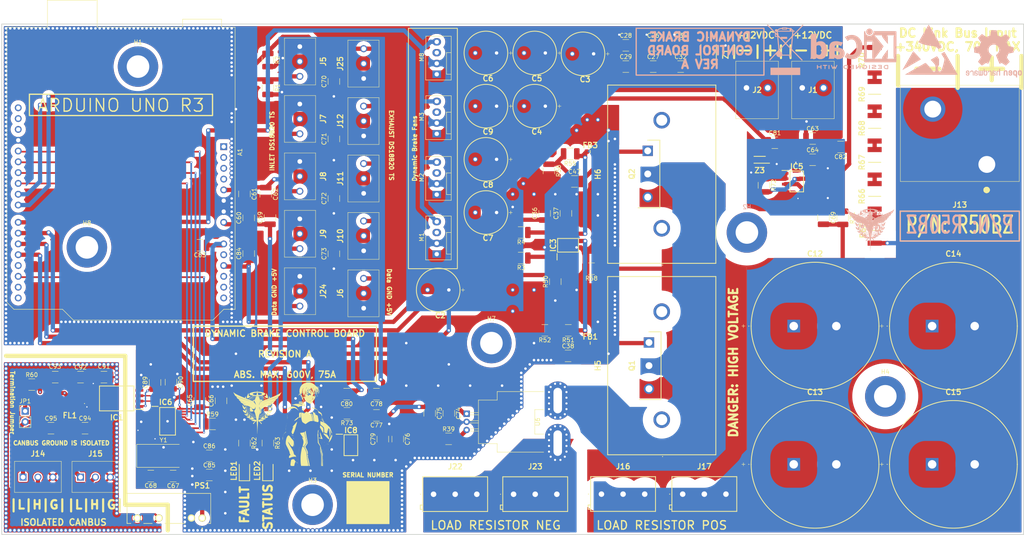
<source format=kicad_pcb>
(kicad_pcb (version 20241229) (generator "pcbnew") (generator_version "9.0")
  (layers (0 "F.Cu" signal) (4 "In1.Cu" signal) (6 "In2.Cu" signal) (2 "B.Cu" signal) (13 "F.Paste" user) (15 "B.Paste" user) (5 "F.SilkS" user "F.Silkscreen") (7 "B.SilkS" user "B.Silkscreen") (1 "F.Mask" user) (3 "B.Mask" user) (25 "Edge.Cuts" user))
  (net 0 "")
  (net 2 "CAN_INT")
  (net 5 "GND")
  (net 6 "FAN_PWM")
  (net 7 "StatusLED_0")
  (net 9 "CAN_SI")
  (net 11 "GATE_PWM")
  (net 14 "AMBIENT_TEMPSENSE_1WIRE")
  (net 15 "+5V")
  (net 16 "Arduino_CurrentSense")
  (net 17 "CAN_SO")
  (net 19 "EXHAUST_TEMPSENSE_1WIRE")
  (net 20 "CAN_CS")
  (net 24 "+12V")
  (net 26 "StatusLED_1")
  (net 28 "CAN_SCK")
  (net 30 "GNDPWR")
  (net 31 "DC_LINK_V+")
  (net 32 "Net-(C38-Pad1)")
  (net 33 "Net-(C47-Pad1)")
  (net 34 "Net-(IC6-OSC1)")
  (net 35 "Net-(IC6-OSC2)")
  (net 36 "Net-(IC5-IN1+)")
  (net 37 "Net-(IC8-IN1+)")
  (net 38 "Arduino_VInSense")
  (net 39 "Gate1")
  (net 40 "Gate2")
  (net 41 "Net-(IC3-ENBB)")
  (net 42 "Net-(IC3-ENBA)")
  (net 49 "Net-(IC6-~{RESET})")
  (net 52 "CanH_External")
  (net 53 "Net-(IC8-IN1-)")
  (net 54 "RESISTOR_RETURN")
  (net 55 "Net-(JP1-A)")
  (net 56 "Net-(LED1-A)")
  (net 57 "Net-(LED2-A)")
  (net 62 "Net-(U6-VIOUT)")
  (net 63 "Net-(R65-Pad2)")
  (net 64 "Net-(R66-Pad1)")
  (net 65 "Net-(R67-Pad2)")
  (net 66 "Net-(R68-Pad1)")
  (net 67 "Net-(R69-Pad2)")
  (net 73 "Net-(Q1-G)")
  (net 74 "Net-(Q2-G)")
  (net 76 "Net-(Q1-D)")
  (net 79 "Net-(IC5-IN2-)")
  (net 82 "CANBUS_ISO_5V")
  (net 83 "CANBUS_ISO_GND")
  (net 84 "Net-(IC1-CANL)")
  (net 85 "Net-(IC1-CANH)")
  (net 86 "Net-(IC1-RXD)")
  (net 87 "Net-(IC1-TXD)")
  (net 88 "CanL_External")
  (footprint "Capacitor_SMD:C_1210_3225Metric_Pad1.33x2.70mm_HandSolder" (layer "F.Cu") (at 119.5 137.5625 90)
    (property "Reference" "C79")
    (property "Value" "100nF")
  )
  (footprint "InverterCom:RESC6431X65N" (layer "F.Cu") (at 235 64.5 -90)
    (property "Reference" "R68")
    (property "Value" "RC2512JK-071ML" (hide yes))
  )
  (footprint "Capacitor_SMD:C_1210_3225Metric_Pad1.33x2.70mm_HandSolder" (layer "F.Cu") (at 183 45)
    (property "Reference" "C26")
    (property "Value" "10uF")
  )
  (footprint "Resistor_SMD:R_1210_3225Metric_Pad1.30x2.65mm_HandSolder" (layer "F.Cu") (at 209 77.9 -90)
    (property "Reference" "R72")
    (property "Value" "4.7k")
  )
  (footprint "Connector:FanPinHeader_1x04_P2.54mm_Vertical" (layer "F.Cu") (at 132.16 80.08 90)
    (property "Reference" "M2")
    (property "Value" "Fan_4pin")
  )
  (footprint "InverterCom:389690002" (layer "F.Cu") (at 261.35 73 180)
    (property "Reference" "J13")
    (property "Value" "38969-0002" (hide yes))
  )
  (footprint "Capacitor_SMD:C_1210_3225Metric_Pad1.33x2.70mm_HandSolder" (layer "F.Cu") (at 76.5 128.5 90)
    (property "Reference" "C65")
    (property "Value" "100nF")
  )
  (footprint "Capacitor_SMD:C_1210_3225Metric_Pad1.33x2.70mm_HandSolder" (layer "F.Cu") (at 189.5 45)
    (property "Reference" "C34")
    (property "Value" "100nF")
  )
  (footprint "InverterCom:1987724" (layer "F.Cu") (at 218 55)
    (property "Reference" "J1")
    (property "Value" "1987724" (hide yes))
  )
  (footprint "InverterCom:ALH82A750CB600" (layer "F.Cu") (at 216 111)
    (property "Reference" "C12")
    (property "Value" "ALH82A750CB600" (hide yes))
  )
  (footprint "Capacitor_SMD:C_1210_3225Metric_Pad1.33x2.70mm_HandSolder" (layer "F.Cu") (at 93 85.5 90)
    (property "Reference" "C59")
    (property "Value" "10uF")
  )
  (footprint "Capacitor_SMD:C_1210_3225Metric_Pad1.33x2.70mm_HandSolder" (layer "F.Cu") (at 189.4375 50)
    (property "Reference" "C32")
    (property "Value" "100nF")
  )
  (footprint "InverterCom:67715ABPE" (layer "F.Cu") (at 185 133 90)
    (property "Reference" "H5")
    (property "Value" "677-15ABPE" (hide yes))
  )
  (footprint "Capacitor_SMD:C_1210_3225Metric_Pad1.33x2.70mm_HandSolder" (layer "F.Cu") (at 92 80 -90)
    (property "Reference" "C62")
    (property "Value" "10uF")
  )
  (footprint "Resistor_SMD:R_1210_3225Metric_Pad1.30x2.65mm_HandSolder" (layer "F.Cu") (at 37.05 124.75)
    (property "Reference" "R60")
    (property "Value" "120")
  )
  (footprint "Capacitor_SMD:C_1210_3225Metric_Pad1.33x2.70mm_HandSolder" (layer "F.Cu") (at 220.4375 66.9)
    (property "Reference" "C63")
    (property "Value" "10uF")
  )
  (footprint "InverterCom:CAPPRD500W60D1025H1750" (layer "F.Cu") (at 146.21 46.8 180)
    (property "Reference" "C6")
    (property "Value" "1000uF" (hide yes))
  )
  (footprint "Capacitor_SMD:C_1210_3225Metric_Pad1.33x2.70mm_HandSolder" (layer "F.Cu") (at 66 124.25 90)
    (property "Reference" "C89")
    (property "Value" "100nF")
  )
  (footprint "Resistor_SMD:R_1210_3225Metric_Pad1.30x2.65mm_HandSolder" (layer "F.Cu") (at 168.5 97.5 180)
    (property "Reference" "R58")
    (property "Value" "0")
  )
  (footprint "Connector:FanPinHeader_1x04_P2.54mm_Vertical" (layer "F.Cu") (at 132.16 65.8 90)
    (property "Reference" "M3")
    (property "Value" "Fan_4pin")
  )
  (footprint "Capacitor_SMD:C_1210_3225Metric_Pad1.33x2.70mm_HandSolder" (layer "F.Cu") (at 41.5625 135)
    (property "Reference" "C95")
    (property "Value" "22pF")
  )
  (footprint "Capacitor_SMD:C_1210_3225Metric_Pad1.33x2.70mm_HandSolder" (layer "F.Cu") (at 118 132 180)
    (property "Reference" "C77")
    (property "Value" "100nF")
  )
  (footprint "Capacitor_SMD:C_1210_3225Metric_Pad1.33x2.70mm_HandSolder" (layer "F.Cu") (at 227 68.9 180)
    (property "Reference" "C82")
    (property "Value" "100nF")
  )
  (footprint "Capacitor_SMD:C_1210_3225Metric_Pad1.33x2.70mm_HandSolder" (layer "F.Cu") (at 157.5 84.5 90)
    (property "Reference" "C36")
    (property "Value" "10uF")
  )
  (footprint "Capacitor_SMD:C_1210_3225Metric_Pad1.33x2.70mm_HandSolder" (layer "F.Cu") (at 176.5625 45)
    (property "Reference" "C28")
    (property "Value" "10uF")
  )
  (footprint "Capacitor_SMD:C_1210_3225Metric_Pad1.33x2.70mm_HandSolder" (layer "F.Cu") (at 130.5 131.5 -90)
    (property "Reference" "C75")
    (property "Value" "10uF")
  )
  (footprint "Resistor_SMD:R_1210_3225Metric_Pad1.30x2.65mm_HandSolder" (layer "F.Cu") (at 87 138.5 -90)
    (property "Reference" "R62")
    (property "Value" "220")
  )
  (footprint "Capacitor_SMD:C_1210_3225Metric_Pad1.33x2.70mm_HandSolder" (layer "F.Cu") (at 88 93.9375 90)
    (property "Reference" "C84")
    (property "Value" "100nF")
  )
  (footprint "Resistor_SMD:R_1210_3225Metric_Pad1.30x2.65mm_HandSolder" (layer "F.Cu") (at 227.5 85.55 -90)
    (property "Reference" "R71")
    (property "Value" "120k")
  )
  (footprint "Capacitor_SMD:C_1210_3225Metric_Pad1.33x2.70mm_HandSolder" (layer "F.Cu") (at 163 118)
    (property "Reference" "C38")
    (property "Value" "1nF")
  )
  (footprint "Capacitor_SMD:C_1210_3225Metric_Pad1.33x2.70mm_HandSolder" (layer "F.Cu") (at 108 94 90)
    (property "Reference" "C73")
    (property "Value" "10uF")
  )
  (footprint "InverterCom:SOP65P640X120-20N" (layer "F.Cu") (at 68.938 133.375)
    (property "Reference" "IC6")
    (property "Value" "MCP2515-e_ST" (hide yes))
  )
  (footprint "Resistor_SMD:R_1210_3225Metric_Pad1.30x2.65mm_HandSolder" (layer "F.Cu") (at 160 100.55 90)
    (property "Reference" "R50")
    (property "Value" "4.7k")
  )
  (footprint "InverterCom:TO544P510X1580X2540-3P" (layer "F.Cu") (at 182 114.86 -90)
    (property "Reference" "Q1")
    (property "Value" "STWA75N60M6" (hide yes))
  )
  (footprint "InverterCom:LEDC3216X120N" (layer "F.Cu") (at 87 145 90)
    (property "Reference" "LED1")
    (property "Value" "LTST-C230CKT" (hide yes))
  )
  (footprint "InverterCom:LEDC3216X120N" (layer "F.Cu") (at 92.5 145 90)
    (property "Reference" "LED2")
    (property "Value" "LTST-C230GKT" (hide yes))
  )
  (footprint "InverterCom:5442251" (layer "F.Cu") (at 48.5 146.5)
    (property "Reference" "J15")
    (property "Value" "5442251" (hide yes))
  )
  (footprint "InverterCom:5442251" (layer "F.Cu") (at 100 85.8 -90)
    (property "Reference" "J9")
    (property "Value" "5442251" (hide yes))
  )
  (footprint "InverterCom:CAPPRD500W60D1025H1750" (layer "F.Cu") (at 157.66 59.3 180)
    (property "Reference" "C4")
    (property "Value" "1000uF" (hide yes))
  )
  (footprint "Resistor_SMD:R_1210_3225Metric_Pad1.30x2.65mm_HandSolder" (layer "F.Cu") (at 152 89 180)
    (property "Reference" "R4")
    (property "Value" "4.7k")
  )
  (footprint "InverterCom:ALH82A750CB600" (layer "F.Cu") (at 216 143.5)
    (property "Reference" "C13")
    (property "Value" "ALH82A750CB600" (hide yes))
  )
  (footprint "InverterCom:5442251" (layer "F.Cu") (at 35 146.5)
    (property "Reference" "J14")
    (property "Value" "5442251" (hide yes))
  )
  (footprint "MountingHole:MountingHole_5.3mm_M5_ISO7380_Pad" (layer "F.Cu") (at 237.5 127.5)
    (property "Reference" "H4")
    (property "Value" "MountingHole_Pad")
  )
  (footprint "Capacitor_SMD:C_1210_3225Metric_Pad1.33x2.70mm_HandSolder" (layer "F.Cu") (at 223 85.5 -90)
    (property "Reference" "C69")
    (property "Value" "100nF")
  )
  (footprint "InverterCom:RESC6431X65N" (layer "F.Cu") (at 235 72.5 90)
    (property "Reference" "R67")
    (property "Value" "RC2512JK-071ML" (hide yes))
  )
  (footprint "Resistor_SMD:R_1210_3225Metric_Pad1.30x2.65mm_HandSolder" (layer "F.Cu") (at 152 95 180)
    (property "Reference" "R3")
    (property "Value" "4.7k")
  )
  (footprint "MountingHole:MountingHole_5.3mm_M5_ISO7380_Pad" (layer "F.Cu") (at 62 50)
    (property "Reference" "H1")
    (property "Value" "MountingHole_Pad")
  )
  (footprint "InverterCom:1SMB2EZ15_R1_00001" (layer "F.Cu") (at 196 47.025 -90)
    (property "Reference" "Z1")
    (property "Value" "1SMB2EZ15_R1_00001" (hide yes))
  )
  (footprint "Capacitor_SMD:C_1210_3225Metric_Pad1.33x2.70mm_HandSolder" (layer "F.Cu") (at 135 131.5 -90)
    (property "Reference" "C74")
    (property "Value" "100nF")
  )
  (footprint "Resistor_SMD:R_1210_3225Metric_Pad1.30x2.65mm_HandSolder" (layer "F.Cu") (at 92.5 48.45 -90)
    (property "Reference" "R2")
    (property "Value" "4.7k")
  )
  (footprint "InverterCom:ALH82A750CB600" (layer "F.Cu") (at 248.5 143.5)
    (property "Reference" "C15")
    (property "Value" "ALH82A750CB600" (hide yes))
  )
  (footprint "Capacitor_SMD:C_1210_3225Metric_Pad1.33x2.70mm_HandSolder" (layer "F.Cu") (at 123 137.5625 -90)
    (property "Reference" "C76")
    (property "Value" "470pF")
  )
  (footprint "InverterCom:5442251" (layer "F.Cu") (at 100 45.3 -90)
    (property "Reference" "J5")
    (property "Value" "5442251" (hide yes))
  )
  (footprint "Crystal:Crystal_SMD_7050-2Pin_7.0x5.0mm_HandSoldering" (layer "F.Cu") (at 68 141.5)
    (property "Reference" "Y1")
    (property "Value" "8MHz")
  )
  (footprint "InverterCom:1987724" (layer "F.Cu") (at 204.9 55)
    (property "Reference" "J2")
    (property "Value" "1987724" (hide yes))
  )
  (footprint "InverterCom:5442251" (layer "F.Cu") (at 115 66.3 90)
    (property "Reference" "J12")
    (property "Value" "5442251" (hide yes))
  )
  (footprint "InverterCom:5442251" (layer "F.Cu") (at 115 52.8 90)
    (property "Reference" "J25")
    (property "Value" "5442251" (hide yes))
  )
  (footprint "Connector_PinHeader_2.54mm:PinHeader_1x02_P2.54mm_Vertical" (layer "F.Cu") (at 35.5 130.975)
    (property "Reference" "JP1")
    (property "Value" "Jumper_2_Open")
  )
  (footprint "InverterCom:RESC6431X65N" (layer "F.Cu") (at 235 88.5 90)
    (property "Reference" "R65")
    (property "Value" "RC2512JK-071ML" (hide yes))
  )
  (footprint "InverterCom:SOD3716X135N" (layer "F.Cu") (at 208 71.9 180)
    (property "Reference" "Z3")
    (property "Value" "MMSZ5231B-TP" (hide yes))
  )
  (footprint "Capacitor_SMD:C_1210_3225Metric_Pad1.33x2.70mm_HandSolder" (layer "F.Cu") (at 78.75 146)
    (property "Reference" "C85")
    (property "Value" "100nF")
  )
  (footprint "Capacitor_SMD:C_1210_3225Metric_Pad1.33x2.70mm_HandSolder" (layer "F.Cu") (at 108 67 90)
    (property "Reference" "C71")
    (property "Value" "10uF")
  )
  (footprint "InverterCom:CAPPRD500W60D1025H1750" (layer "F.Cu") (at 146.21 59.3 180)
    (property "Reference" "C9")
    (property "Value" "1000uF" (hide yes))
  )
  (footprint "Capacitor_SMD:C_1210_3225Metric_Pad1.33x2.70mm_HandSolder" (layer "F.Cu") (at 108 53.5 90)
    (property "Reference" "C70")
    (property "Value" "100nF")
  )
  (footprint "Capacitor_SMD:C_1210_3225Metric_Pad1.33x2.70mm_HandSolder" (layer "F.Cu") (at 42.5625 123 180)
    (property "Reference" "C93")
    (property "Value" "22pF")
  )
  (footprint "InverterCom:BEADC1608X100N" (layer "F.Cu") (at 168.2 70)
    (property "Reference" "FB3")
    (property "Value" "FBMJ1608HS220NTR" (hide yes))
  )
  (footprint "InverterCom:RESC6431X65N" (layer "F.Cu") (at 235 56.5 90)
    (property "Reference" "R69")
    (property "Value" "RC2512JK-071ML" (hide yes))
  )
  (footprint "InverterCom:5442251" (layer "F.Cu") (at 100 58.8 -90)
    (property "Reference" "J7")
    (property "Value" "5442251" (hide yes))
  )
  (footprint "InverterCom:SOIC127P600X175-8N" (layer "F.Cu") (at 216.7025 76.995)
    (property "Reference" "IC5")
    (property "Value" "LM358DR" (hide yes))
  )
  (footprint "Capacitor_SMD:C_1210_3225Metric_Pad1.33x2.70mm_HandSolder" (layer "F.Cu") (at 49.5625 135)
    (property "Reference" "C94")
    (property "Value" "22pF")
  )
  (footprint "Resistor_SMD:R_1210_3225Metric_Pad1.30x2.65mm_HandSolder" (layer "F.Cu") (at 134.95 137.5)
    (property "Reference" "R39")
    (property "Value" "4.7k")
  )
  (footprint "Resistor_SMD:R_1210_3225Metric_Pad1.30x2.65mm_HandSolder" (layer "F.Cu") (at 157.55 112 180)
    (property "Reference" "R52")
    (property "Value" "1")
  )
  (footprint "InverterCom:5442251" (layer "F.Cu") (at 100 99.3 -90)
    (property "Reference" "J24")
    (property "Value" "5442251" (hide yes))
  )
  (footprint "InverterCom:CAPPRD500W60D1025H1750" (layer "F.Cu") (at 157.66 46.8 180)
    (property "Reference" "C5")
    (property "Value" "1000uF" (hide yes))
  )
  (footprint "InverterCom:5442251" (layer "F.Cu") (at 115 106.8 90)
    (property "Reference" "J6")
    (property "Value" "5442251" (hide yes))
  )
  (footprint "Capacitor_SMD:C_1210_3225Metric_Pad1.33x2.70mm_HandSolder" (layer "F.Cu") (at 220.4375 71.9)
    (property "Reference" "C64")
    (property "Value" "100nF")
  )
  (footprint "InverterCom:CAPPRD500W60D1025H1750" (layer "F.Cu") (at 146.21 71.8 180)
    (property "Reference" "C8")
    (property "Value" "1000uF" (hide yes))
  )
  (footprint "InverterCom:Arduino_UNO_R3_ModifiedCourtyard" (layer "F.Cu") (at 82.13 68.825 -90)
    (property "Reference" "A1")
    (property "Value" "Arduino_UNO_R3")
  )
  (footprint "InverterCom:SOIC127P1150X280-8N" (layer "F.Cu") (at 57 128 180)
    (property "Reference" "IC1")
    (property "Value" "ISO1042BDWVR" (hide yes))
  )
  (footprint "Capacitor_SMD:C_1210_3225Metric_Pad1.33x2.70mm_HandSolder" (layer "F.Cu") (at 211.5625 67.9)
    (property "Reference" "C81")
    (property "Value" "100nF")
  )
  (footprint "InverterCom:ACT45B1012PTL003" (layer "F.Cu") (at 46 128 180)
    (property "Reference" "FL1")
    (property "Value" "ACT45B-101-2P-TL003" (hide yes))
  )
  (footprint "Resistor_SMD:R_1210_3225Metric_Pad1.30x2.65mm_HandSolder" (layer "F.Cu") (at 79.5 134)
    (property "Reference" "R59")
    (property "Value" "4.7k")
  )
  (footprint "MountingHole:MountingHole_5.3mm_M5_ISO7380_Pad" (layer "F.Cu") (at 205 89)
    (property "Reference" "H2")
    (property "Value" "MountingHole_Pad")
  )
  (footprint "InverterCom:RFMM0505S" (layer "F.Cu") (at 77.075 156.115 180)
    (property "Reference" "PS1")
    (property "Value" "RFMM-0505S" (hide yes))
  )
  (footprint "InverterCom:5442251" (layer "F.Cu") (at 100 72.3 -90)
    (property "Reference" "J8")
    (property "Value" "5442251" (hide yes))
  )
  (footprint "Capacitor_SMD:C_1210_3225Metric_Pad1.33x2.70mm_HandSolder" (layer "F.Cu") (at 87 79.9375 -90)
    (property "Reference" "C61")
    (property "Value" "100nF")
  )
  (footprint "Resistor_SMD:R_1210_3225Metric_Pad1.30x2.65mm_HandSolder" (layer "F.Cu") (at 163.5 70.5 180)
    (property "Reference" "R55")
    (property "Value" "10k")
  )
  (footprint "Resistor_SMD:R_1210_3225Metric_Pad1.30x2.65mm_HandSolder" (layer "F.Cu") (at 111.0625 131.5 180)
    (property "Reference" "R73")
    (property "Value" "4.7k")
  )
  (footprint "Capacitor_SMD:C_1210_3225Metric_Pad1.33x2.70mm_HandSolder" (layer "F.Cu") (at 176.5625 50)
    (property "Reference" "C29")
    (property "Value" "10uF")
  )
  (footprint "Capacitor_SMD:C_1210_3225Metric_Pad1.33x2.70mm_HandSolder" (layer "F.Cu") (at 76.5625 92 180)
    (property "Reference" "C83")
    (property "Value" "100nF")
  )
  (footprint "InverterCom:ra" (layer "F.Cu") (at 102 133)
    (property "Reference" "G***" (hide yes))
    (property "Value" "LOGO" (hide yes))
  )
  (footprint "Connector:FanPinHeader_1x04_P2.54mm_Vertical" (layer "F.Cu") (at 132.16 51.8 90)
    (property "Reference" "M8")
    (property "Value" "Fan_4pin")
  )
  (footprint "InverterCom:5442251" (layer "F.Cu") (at 115 93.3 90)
    (property "Reference" "J10")
    (property "Value" "5442251" (hide yes))
  )
  (footprint "InverterCom:1548129" (layer "F.Cu") (at 131.41 150.525)
    (property "Reference" "J22")
    (property "Value" "1548129" (hide yes))
  )
  (footprint "InverterCom:CAPPRD500W60D1025H1750" (layer "F.Cu") (at 169 47 180)
    (property "Reference" "C3")
    (property "Value" "1000uF" (hide yes))
  )
  (footprint "Resistor_SMD:R_1210_3225Metric_Pad1.30x2.65mm_HandSolder" (layer "F.Cu") (at 92.5 55 -90)
    (property "Reference" "R1")
    (property "Value" "4.7k")
  )
  (footprint "InverterCom:ALH82A750CB600" (layer "F.Cu") (at 248.5 111)
    (property "Reference" "C14")
    (property "Value" "ALH82A750CB600" (hide yes))
  )
  (footprint "Capacitor_SMD:C_1210_3225Metric_Pad1.33x2.70mm_HandSolder" (layer "F.Cu") (at 69.75 124.1875 -90)
    (property "Reference" "C90")
    (property "Value" "10uF")
  )
  (footprint "MountingHole:MountingHole_5.3mm_M5_ISO7380_Pad" (layer "F.Cu") (at 50 92.5)
    (property "Reference" "H8")
    (property "Value" "MountingHole_Pad")
  )
  (footprint "InverterCom:RESC6431X65N" (layer "F.Cu") (at 235 80.5 -90)
    (property "Reference" "R66")
    (property "Value" "RC2512JK-071ML" (hide yes))
  )
  (footprint "Capacitor_SMD:C_1210_3225Metric_Pad1.33x2.70mm_HandSolder" (layer "F.Cu") (at 162.5 84.5 90)
    (property "Reference" "C37")
    (property "Value" "100nF")
  )
  (footprint "Capacitor_SMD:C_1210_3225Metric_Pad1.33x2.70mm_HandSolder" (layer "F.Cu") (at 48.5 123)
    (property "Reference" "C92")
    (property "Value" "100nF")
  )
  (footprint "InverterCom:5442251" (layer "F.Cu") (at 115 79.8 90)
    (property "Reference" "J11")
    (property "Value" "5442251" (hide yes))
  )
  (footprint "Capacitor_SMD:C_1210_3225Metric_Pad1.33x2.70mm_HandSolder" (layer "F.Cu") (at 81.5 128.5625 90)
    (property "Reference" "C66")
    (property "Value" "10uF")
  )
  (footprint "Capacitor_SMD:C_1210_3225Metric_Pad1.33x2.70mm_HandSolder" (layer "F.Cu") (at 183 50)
    (property "Reference" "C27")
    (property "Value" "10uF")
  )
  (footprint "Capacitor_SMD:C_1210_3225Metric_Pad1.33x2.70mm_HandSolder" (layer "F.Cu") (at 108 81 90)
    (property "Reference" "C72")
    (property "Value" "100nF")
  )
  (footprint "Resistor_SMD:R_1210_3225Metric_Pad1.30x2.65mm_HandSolder" (layer "F.Cu") (at 92.5 138.5 -90)
    (property "Reference" "R63")
    (property "Value" "220")
  )
  (footprint "Capacitor_SMD:C_1210_3225Metric_Pad1.33x2.70mm_HandSolder" (layer "F.Cu") (at 118 127 180)
    (property "Reference" "C78")
    (property "Value" "10uF")
  )
  (footprint "Capacitor_SMD:C_1210_3225Metric_Pad1.33x2.70mm_HandSolder" (layer "F.Cu") (at 164.5 77)
    (property "Reference" "C47")
    (property "Value" "1nF")
  )
  (footprint "InverterCom:1548129" (layer "F.Cu") (at 150.205 150.525)
    (property "Reference" "J23")
    (property "Value" "1548129" (hide yes))
  )
  (footprint "Capacitor_SMD:C_1210_3225Metric_Pad1.33x2.70mm_HandSolder" (layer "F.Cu") (at 78.75 141.5)
    (property "Reference" "C86")
    (property "Value" "10uF")
  )
  (footprint "InverterCom:RESC6431X65N" (layer "F.Cu") (at 235 48.5 -90)
    (property "Reference" "R70")
    (property "Value" "RC2512JK-071ML" (hide yes))
  )
  (footprint "Capacitor_SMD:C_1210_3225Metric_Pad1.33x2.70mm_HandSolder" (layer "F.Cu") (at 111 127 180)
    (property "Reference" "C80")
    (property "Value" "100nF")
  )
  (footprint "MountingHole:MountingHole_5.3mm_M5_ISO7380_Pad" (layer "F.Cu") (at 145 115)
    (property "Reference" "H7")
    (property "Value" "MountingHole_Pad")
  )
  (footprint "InverterCom:CAPPRD500W60D1025H1750" (layer "F.Cu") (at 135 102.5 180)
    (property "Reference" "C2")
    (property "Value" "1000uF" (hide yes))
  )
  (footprint "InverterCom:1548129" (layer "F.Cu") (at 189.92 150.5)
    (property "Reference" "J17")
    (property "Value" "1548129" (hide yes))
  )
  (footprint "Capacitor_SMD:C_1210_3225Metric_Pad1.33x2.70mm_HandSolder" (layer "F.Cu") (at 70.25 146.25 180)
    (property "Reference" "C67")
    (property "Value" "22pF")
  )
  (footprint "Capacitor_SMD:C_1210_3225Metric_Pad1.33x2.70mm_HandSolder" (layer "F.Cu") (at 65 146.25)
    (property "Reference" "C68")
    (property "Value" "22pF")
  )
  (footprint "InverterCom:TO544P510X1580X2540-3P" (layer "F.Cu") (at 181.71 69.8 -90)
    (property "Reference" "Q2")
    (property "Value" "STWA75N60M6" (hide yes))
  )
  (footprint "Resistor_SMD:R_1210_3225Metric_Pad1.30x2.65mm_HandSolder" (layer "F.Cu") (at 158.5 74.5 -90)
    (property "Reference" "R56")
    (property "Value" "1")
  )
  (footprint "InverterCom:Silkscreen_Logo_CelstialBeing_S" (layer "F.Cu") (at 90 131)
    (property "Reference" "G***" (hide yes))
    (property "Value" "LOGO" (hide yes))
  )
  (footprint "Resistor_SMD:R_1210_3225Metric_Pad1.30x2.65mm_HandSolder" (layer "F.Cu") (at 163.05 112 180)
    (property "Reference" "R51")
    (property "Value" "10k")
  )
  (footprint "InverterCom:67715ABPE" (layer "F.Cu") (at 185 88 90)
    (property "Reference" "H6")
    (property "Value" "677-15ABPE" (hide yes))
  )
  (footprint "Connector:FanPinHeader_1x04_P2.54mm_Vertical" (layer "F.Cu") (at 132.16 94.08 90)
    (property "Reference" "M1")
    (property "Value" "Fan_4pin")
  )
  (footprint "InverterCom:SOIC127P600X175-8N" (layer "F.Cu") (at 163 92 90)
    (property "Reference" "IC3")
    (property "Value" "UCC27424QDRQ1" (hide yes))
  )
  (footprint "MountingHole:MountingHole_5.3mm_M5_ISO7380_Pad" (layer "F.Cu") (at 103 153)
    (property "Reference" "H3")
    (property "Value" "MountingHole_Pad")
  )
  (footprint "InverterCom:BEADC1608X100N" (layer "F.Cu") (at 168.2 115)
    (property "Reference" "FB1")
    (property "Value" "FBMJ1608HS220NTR" (hide yes))
  )
  (footprint "Capacitor_SMD:C_1210_3225Metric_Pad1.33x2.70mm_HandSolder" (layer "F.Cu") (at 88 85.5625 90)
    (property "Reference" "C60")
    (property "Value" "100nF")
  )
  (footprint "InverterCom:1548129" (layer "F.Cu") (at 170.84 150.5)
    (property "Reference" "J16")
    (property "Value" "1548129" (hide yes))
  )
  (footprint "InverterCom:SOIC127P600X175-8N" (layer "F.Cu") (at 112 139)
    (property "Reference" "IC8")
    (property "Value" "LM358DR" (hide yes))
  )
  (footprint "Sensor_Current:Allegro_CB_PFF" (layer "F.Cu") (at 139.175 131.6 -90)
    (property "Reference" "U6")
    (property "Value" "ACS758xCB-200U-PFF")
  )
  (footprint "Capacitor_SMD:C_1210_3225Metric_Pad1.33x2.70mm_HandSolder" (layer "F.Cu") (at 54 123)
    (property "Reference" "C91")
    (property "Value" "10uF")
  )
  (footprint "InverterCom:CAPPRD500W60D1025H1750" (layer "F.Cu") (at 146.21 84.3 180)
    (property "Reference" "C7")
    (property "Value" "1000uF" (hide yes))
  )
  (footprint "Symbol:OSHW-Logo2_14.6x12mm_SilkScreen" (layer "B.Cu") (at 263 47 180)
    (property "Reference" "REF**" (hide yes))
    (property "Value" "OSHW-Logo2_14.6x12mm_SilkScreen" (hide yes))
  )
  (footprint "Symbol:WEEE-Logo_8.4x12mm_SilkScreen" (layer "B.Cu") (at 214 46 180)
    (property "Reference" "REF**" (hide yes))
    (property "Value" "WEEE-Logo_8.4x12mm_SilkScreen" (hide yes))
  )
  (footprint "Symbol:ESD-Logo_13.2x12mm_SilkScreen" (layer "B.Cu") (at 248 46 180)
    (property "Reference" "REF**" (hide yes))
    (property "Value" "ESD-Logo_13.2x12mm_SilkScreen" (hide yes))
  )
  (footprint "InverterCom:Silkscreen_Logo_CelstialBeing_S" (layer "B.Cu") (at 234 88 180)
    (property "Reference" "G***")
    (property "Value" "LOGO" (hide yes))
  )
  (footprint "Symbol:KiCad-Logo2_8mm_SilkScreen" (layer "B.Cu") (at 230 45 180)
    (property "Reference" "REF**" (hide yes))
    (property "Value" "KiCad-Logo2_8mm_SilkScreen" (hide yes))
  )
  (gr_line (start 207.5 45) (end 207.5 48) (stroke (width 0.5)) (layer "F.SilkS"))
  (gr_line (start 202 45) (end 202 48) (stroke (width 0.5)) (layer "F.SilkS"))
  (gr_line (start 215.25 45) (end 215.25 48) (stroke (width 0.5)) (layer "F.SilkS"))
  (gr_line (start 69 159) (end 69 153) (stroke (width 1)) (layer "F.SilkS"))
  (gr_line (start 31 118) (end 59 118) (stroke (width 1)) (layer "F.SilkS"))
  (gr_line (start 59 153) (end 69 153) (stroke (width 1)) (layer "F.SilkS"))
  (gr_line (start 59 153) (end 59 118) (stroke (width 1)) (layer "F.SilkS"))
  (gr_line (start 220.75 45) (end 220.75 48) (stroke (width 0.5)) (layer "F.SilkS"))
  (gr_line (start 269.5 47.5) (end 269.5 55) (stroke (width 1)) (layer "F.SilkS"))
  (gr_line (start 254.5 47.5) (end 254.5 55) (stroke (width 1)) (layer "F.SilkS"))
  (gr_rect (start 111 147.5) (end 121 157.5) (stroke (width 0.1)) (fill yes) (layer "F.SilkS"))
  (gr_line (start 213 45) (end 213 48) (stroke (width 0.5)) (layer "F.SilkS"))
  (gr_line (start 240.5 47.5) (end 240.5 54.4) (stroke (width 1)) (layer "F.SilkS"))
  (gr_line (start 226.25 45) (end 226.25 48) (stroke (width 0.5)) (layer "F.SilkS"))
  (gr_rect (start 30 40) (end 270 160) (stroke (width 0.2)) (fill no) (layer "Edge.Cuts"))
  (gr_text "SERIAL NUMBER" (at 116 146 0) (layer "F.SilkS") (effects (font (size 1 1) (thickness 0.25) (bold yes))))
  (gr_text "ISOLATED CANBUS" (at 44.5 158 0) (layer "F.SilkS") (effects (font (size 1.5 1.5) (thickness 0.3) (bold yes)) (justify bottom)))
  (gr_text "Data GND +5V" (at 94 103 90) (layer "F.SilkS") (effects (font (size 1 1) (thickness 0.25) (bold yes))))
  (gr_text "LOAD RESISTOR POS" (at 185 159 0) (layer "F.SilkS") (effects (font (size 2 2) (thickness 0.3) (bold yes)) (justify bottom)))
  (gr_text "-\n" (at 247.5 50 0) (layer "F.SilkS") (effects (font (size 7 7) (thickness 1))))
  (gr_text "|L|H|G|" (at 52 153 0) (layer "F.SilkS") (effects (font (size 2 2) (thickness 0.5) (bold yes))))
  (gr_text "LOAD RESISTOR NEG" (at 146 159 0) (layer "F.SilkS") (effects (font (size 2 2) (thickness 0.3) (bold yes)) (justify bottom)))
  (gr_text "+" (at 210.5 46 0) (layer "F.SilkS") (effects (font (size 3 3) (thickness 0.5) (bold yes))))
  (gr_text "+12VDC" (at 220.5 43.5 0) (layer "F.SilkS") (effects (font (size 1.5 1.5) (thickness 0.3) (bold yes)) (justify bottom)))
  (gr_text "DANGER: HIGH VOLTAGE" (at 203 119.5 90) (layer "F.SilkS") (effects (font (size 2 2) (thickness 0.5) (bold yes)) (justify bottom)))
  (gr_text "FAULT" (at 87 153 90) (layer "F.SilkS") (effects (font (size 2 2) (thickness 0.5) (bold yes))))
  (gr_text "+12VDC" (at 207 43.5 0) (layer "F.SilkS") (effects (font (size 1.5 1.5) (thickness 0.3) (bold yes)) (justify bottom)))
  (gr_text "STATUS" (at 92.5 153.5 90) (layer "F.SilkS") (effects (font (size 2 2) (thickness 0.5) (bold yes))))
  (gr_text "EXHAUST DS18B20 TS" (at 121.5 68.5 270) (layer "F.SilkS") (effects (font (size 1 1) (thickness 0.25) (bold yes))))
  (gr_text "Termination Jumper" (at 32.5 129 270) (layer "F.SilkS") (effects (font (size 1 1) (thickness 0.25) (bold yes))))
  (gr_text "DC Link Bus Input\n+340VDC, 70A MAX" (at 254.5 46.5 0) (layer "F.SilkS") (effects (font (size 2 2) (thickness 0.5) (bold yes)) (justify bottom)))
  (gr_text "|L|H|G|" (at 38.5 153 0) (layer "F.SilkS") (effects (font (size 2 2) (thickness 0.5) (bold yes))))
  (gr_text "Data GND +5V" (at 121 103 270) (layer "F.SilkS") (effects (font (size 1 1) (thickness 0.25) (bold yes))))
  (gr_text "CANBUS GROUND IS ISOLATED" (at 44 138.5 0) (layer "F.SilkS") (effects (font (size 1 1) (thickness 0.25) (bold yes))))
  (gr_text "+" (at 223.75 46 0) (layer "F.SilkS") (effects (font (size 3 3) (thickness 0.5) (bold yes))))
  (gr_text "-\n" (at 204.5 46 0) (layer "F.SilkS") (effects (font (size 3 3) (thickness 0.5) (bold yes))))
  (gr_text "-\n" (at 217.75 46 0) (layer "F.SilkS") (effects (font (size 3 3) (thickness 0.5) (bold yes))))
  (gr_text "+" (at 262.5 50 0) (layer "F.SilkS") (effects (font (size 7 7) (thickness 1))))
  (gr_text "INLET DS18B20 TS" (at 93.5 67.5 90) (layer "F.SilkS") (effects (font (size 1 1) (thickness 0.25) (bold yes))))
  (gr_text_box "P/N: R50BZ" (start 241 84) (end 269 91) (margins 1.0025 1.0025 1.0025 1.0025) (layer "F.SilkS") (effects (font (size 4 2.75) (thickness 0.5) (bold yes)) (justify top)) (border yes) (stroke (width 0.3)))
  (gr_text_box "DYNAMIC BRAKE CONTROL BOARD\n\nREVISION A\n\nABS. MAX. 600V, 75A" (start 75 111) (end 118 124) (margins 1.0025 1.0025 1.0025 1.0025) (layer "F.SilkS") (effects (font (size 1.5 1.5) (thickness 0.3) (bold yes)) (justify top)) (border yes) (stroke (width 0.3)))
  (gr_text_box "ARDUINO UNO R3" (start 36.5 56.5) (end 79.5 61.5) (margins 1.0025 1.0025 1.0025 1.0025) (layer "F.SilkS") (effects (font (size 3 3) (thickness 0.3) (bold yes)) (justify top)) (border yes) (stroke (width 0.3)))
  (gr_text_box "Dynamic Brake Fans" (start 125.5 41) (end 137 97.5) (margins 1.0025 1.0025 1.0025 1.0025) (angle 90) (layer "F.SilkS") (effects (font (size 1 1) (thickness 0.25) (bold yes)) (justify top)) (border yes) (stroke (width 0.2)))
  (gr_text_box "P/N: R50BZ" (start 241 84) (end 269 91) (margins 1.0025 1.0025 1.0025 1.0025) (layer "B.SilkS") (effects (font (size 4 2.75) (thickness 0.5) (bold yes)) (justify top mirror)) (border yes) (stroke (width 0.3)))
  (gr_text_box "DYNAMIC BRAKE CONTROL BOARD\nREV A" (start 179 41) (end 209 52) (margins 1.0025 1.0025 1.0025 1.0025) (layer "B.SilkS") (effects (font (size 2 2) (thickness 0.5) (bold yes)) (justify top mirror)) (border yes) (stroke (width 0.3)))
  (segment (start 71.876 135) (end 73 135) (width 0.4) (layer "F.Cu") (net 2))
  (segment (start 73 135) (end 74 136) (width 0.4) (layer "F.Cu") (net 2))
  (segment (start 77.5 99.5) (end 34.065 99.5) (width 0.4) (layer "F.Cu") (net 2))
  (segment (start 34.065 99.5) (end 33.87 99.305) (width 0.4) (layer "F.Cu") (net 2))
  (segment (start 74 136) (end 77.5 136) (width 0.4) (layer "F.Cu") (net 2))
  (via (at 77.5 99.5) (size 0.5) (drill 0.3) (layers "F.Cu" "B.Cu") (net 2))
  (via (at 77.5 136) (size 0.5) (drill 0.3) (layers "F.Cu" "B.Cu") (net 2))
  (segment (start 77.5 111.5) (end 77.5 99.5) (width 0.4) (layer "B.Cu") (net 2))
  (segment (start 77.5 123) (end 77.5 111.5) (width 0.4) (layer "B.Cu") (net 2))
  (segment (start 77.5 136) (end 77.5 123) (width 0.4) (layer "B.Cu") (net 2))
  (segment (start 225 72.9) (end 224 73.9) (width 1) (layer "F.Cu") (net 5))
  (segment (start 164 92.5) (end 166 92.5) (width 1) (layer "F.Cu") (net 5))
  (segment (start 206 74.9) (end 206 76.9) (width 1) (layer "F.Cu") (net 5))
  (segment (start 163.635 94.711) (end 163.635 92.865) (width 1) (layer "F.Cu") (net 5))
  (segment (start 66 136.3) (end 66 137.5) (width 0.4) (layer "F.Cu") (net 5))
  (segment (start 166.95 93.45) (end 166.95 97.5) (width 1) (layer "F.Cu") (net 5))
  (segment (start 213 71.9) (end 212 72.9) (width 1) (layer "F.Cu") (net 5))
  (segment (start 166 92.5) (end 166.95 93.45) (width 1) (layer "F.Cu") (net 5))
  (segment (start 163.635 92.865) (end 164 92.5) (width 1) (layer "F.Cu") (net 5))
  (via (at 31 107) (size 1) (drill 0.6) (layers "F.Cu" "B.Cu") (net 5))
  (via (at 174 86) (size 1) (drill 0.6) (layers "F.Cu" "B.Cu") (net 5))
  (via (at 65 120) (size 1) (drill 0.6) (layers "F.Cu" "B.Cu") (net 5))
  (via (at 152 130) (size 1) (drill 0.6) (layers "F.Cu" "B.Cu") (net 5))
  (via (at 73 153) (size 1) (drill 0.6) (layers "F.Cu" "B.Cu") (net 5))
  (via (at 68 41) (size 1) (drill 0.6) (layers "F.Cu" "B.Cu") (net 5))
  (via (at 56 110) (size 1) (drill 0.6) (layers "F.Cu" "B.Cu") (net 5))
  (via (at 31 51) (size 1) (drill 0.6) (layers "F.Cu" "B.Cu") (net 5))
  (via (at 93 159) (size 1) (drill 0.6) (layers "F.Cu" "B.Cu") (net 5))
  (via (at 31 61) (size 1) (drill 0.6) (layers "F.Cu" "B.Cu") (net 5))
  (via (at 174 89) (size 1) (drill 0.6) (layers "F.Cu" "B.Cu") (net 5))
  (via (at 67 41) (size 1) (drill 0.6) (layers "F.Cu" "B.Cu") (net 5))
  (via (at 65 41) (size 1) (drill 0.6) (layers "F.Cu" "B.Cu") (net 5))
  (via (at 118 159) (size 1) (drill 0.6) (layers "F.Cu" "B.Cu") (net 5))
  (via (at 113 159) (size 1) (drill 0.6) (layers "F.Cu" "B.Cu") (net 5))
  (via (at 62 135.5) (size 0.5) (drill 0.3) (layers "F.Cu" "B.Cu") (net 5))
  (via (at 31 103) (size 1) (drill 0.6) (layers "F.Cu" "B.Cu") (net 5))
  (via (at 165 102.5) (size 1) (drill 0.6) (layers "F.Cu" "B.Cu") (net 5))
  (via (at 85 133) (size 1) (drill 0.6) (layers "F.Cu" "B.Cu") (net 5))
  (via (at 99 159) (size 1) (drill 0.6) (layers "F.Cu" "B.Cu") (net 5))
  (via (at 31 94) (size 1) (drill 0.6) (layers "F.Cu" "B.Cu") (net 5))
  (via (at 109 159) (size 1) (drill 0.6) (layers "F.Cu" "B.Cu") (net 5))
  (via (at 174 90) (size 1) (drill 0.6) (layers "F.Cu" "B.Cu") (net 5))
  (via (at 174 82) (size 1) (drill 0.6) (layers "F.Cu" "B.Cu") (net 5))
  (via (at 31 58) (size 1) (drill 0.6) (layers "F.Cu" "B.Cu") (net 5))
  (via (at 75 41) (size 1) (drill 0.6) (layers "F.Cu" "B.Cu") (net 5))
  (via (at 89 159) (size 1) (drill 0.6) (layers "F.Cu" "B.Cu") (net 5))
  (via (at 52 41) (size 1) (drill 0.6) (layers "F.Cu" "B.Cu") (net 5))
  (via (at 121 134) (size 1) (drill 0.6) (layers "F.Cu" "B.Cu") (net 5))
  (via (at 31 83) (size 1) (drill 0.6) (layers "F.Cu" "B.Cu") (net 5))
  (via (at 75 159) (size 1) (drill 0.6) (layers "F.Cu" "B.Cu") (net 5))
  (via (at 152 124) (size 1) (drill 0.6) (layers "F.Cu" "B.Cu") (net 5))
  (via (at 107.5 132.5) (size 1) (drill 0.6) (layers "F.Cu" "B.Cu") (net 5))
  (via (at 152 123) (size 1) (drill 0.6) (layers "F.Cu" "B.Cu") (net 5))
  (via (at 31 109) (size 1) (drill 0.6) (layers "F.Cu" "B.Cu") (net 5))
  (via (at 43 41) (size 1) (drill 0.6) (layers "F.Cu" "B.Cu") (net 5))
  (via (at 38 41) (size 1) (drill 0.6) (layers "F.Cu" "B.Cu") (net 5))
  (via (at 31 48) (size 1) (drill 0.6) (layers "F.Cu" "B.Cu") (net 5))
  (via (at 174 106) (size 1) (drill 0.6) (layers "F.Cu" "B.Cu") (net 5))
  (via (at 31 100) (size 1) (drill 0.6) (layers "F.Cu" "B.Cu") (net 5))
  (via (at 174 84) (size 1) (drill 0.6) (layers "F.Cu" "B.Cu") (net 5))
  (via (at 135 120) (size 1) (drill 0.6) (layers "F.Cu" "B.Cu") (net 5))
  (via (at 62 41) (size 1) (drill 0.6) (layers "F.Cu" "B.Cu") (net 5))
  (via (at 84 159) (size 1) (drill 0.6) (layers "F.Cu" "B.Cu") (net 5))
  (via (at 72 110) (size 1) (drill 0.6) (layers "F.Cu" "B.Cu") (net 5))
  (via (at 134 142) (size 1) (drill 0.6) (layers "F.Cu" "B.Cu") (net 5))
  (via (at 31 104) (size 1) (drill 0.6) (layers "F.Cu" "B.Cu") (net 5))
  (via (at 82.5 140) (size 1) (drill 0.6) (layers "F.Cu" "B.Cu") (net 5))
  (via (at 59 41) (size 1) (drill 0.6) (layers "F.Cu" "B.Cu") (net 5))
  (via (at 84 99) (size 1) (drill 0.6) (layers "F.Cu" "B.Cu") (net 5))
  (via (at 84 109) (size 1) (drill 0.6) (layers "F.Cu" "B.Cu") (net 5))
  (via (at 174 76) (size 1) (drill 0.6) (layers "F.Cu" "B.Cu") (net 5))
  (via (at 31 52) (size 1) (drill 0.6) (layers "F.Cu" "B.Cu") (net 5))
  (via (at 68 110) (size 1) (drill 0.6) (layers "F.Cu" "B.Cu") (net 5))
  (via (at 172.5 65) (size 1) (drill 0.6) (layers "F.Cu" "B.Cu") (net 5))
  (via (at 174 81) (size 1) (drill 0.6) (layers "F.Cu" "B.Cu") (net 5))
  (via (at 88 159) (size 1) (drill 0.6) (layers "F.Cu" "B.Cu") (net 5))
  (via (at 84 95) (size 1) (drill 0.6) (layers "F.Cu" "B.Cu") (net 5))
  (via (at 73 158) (size 1) (drill 0.6) (layers "F.Cu" "B.Cu") (net 5))
  (via (at 155 119) (size 1) (drill 0.6) (layers "F.Cu" "B.Cu") (net 5))
  (via (at 80 41) (size 1) (drill 0.6) (layers "F.Cu" "B.Cu") (net 5))
  (via (at 90 159) (size 1) (drill 0.6) (layers "F.Cu" "B.Cu") (net 5))
  (via (at 81 159) (size 1) (drill 0.6) (layers "F.Cu" "B.Cu") (net 5))
  (via (at 144 138) (size 1) (drill 0.6) (layers "F.Cu" "B.Cu") (net 5))
  (via (at 174 109) (size 1) (drill 0.6) (layers "F.Cu" "B.Cu") (net 5))
  (via (at 83.980856 100.027265) (size 1) (drill 0.6) (layers "F.Cu" "B.Cu") (net 5))
  (via (at 156 119) (size 1) (drill 0.6) (layers "F.Cu" "B.Cu") (net 5))
  (via (at 73 156) (size 1) (drill 0.6) (layers "F.Cu" "B.Cu") (net 5))
  (via (at 84 42) (size 1) (drill 0.6) (layers "F.Cu" "B.Cu") (net 5))
  (via (at 31 93) (size 1) (drill 0.6) (layers "F.Cu" "B.Cu") (net 5))
  (via (at 46 110) (size 1) (drill 0.6) (layers "F.Cu" "B.Cu") (net 5))
  (via (at 117 159) (size 1) (drill 0.6) (layers "F.Cu" "B.Cu") (net 5))
  (via (at 31 115) (size 1) (drill 0.6) (layers "F.Cu" "B.Cu") (net 5))
  (via (at 224 73.9) (size 1) (drill 0.5) (layers "F.Cu" "B.Cu") (net 5))
  (via (at 84 105) (size 1) (drill 0.6) (layers "F.Cu" "B.Cu") (net 5))
  (via (at 44 41) (size 1) (drill 0.6) (layers "F.Cu" "B.Cu") (net 5))
  (via (at 31 70) (size 1) (drill 0.6) (layers "F.Cu" "B.Cu") (net 5))
  (via (at 50 41) (size 1) (drill 0.6) (layers "F.Cu" "B.Cu") (net 5))
  (via (at 84 104) (size 1) (drill 0.6) (layers "F.Cu" "B.Cu") (net 5))
  (via (at 31 85) (size 1) (drill 0.6) (layers "F.Cu" "B.Cu") (net 5))
  (via (at 84 52) (size 1) (drill 0.6) (layers "F.Cu" "B.Cu") (net 5))
  (via (at 71 41) (size 1) (drill 0.6) (layers "F.Cu" "B.Cu") (net 5))
  (via (at 31 114) (size 1) (drill 0.6) (layers "F.Cu" "B.Cu") (net 5))
  (via (at 217 81) (size 0.6) (drill 0.3) (layers "F.Cu" "B.Cu") (net 5))
  (via (at 143 139) (size 1) (drill 0.6) (layers "F.Cu" "B.Cu") (net 5))
  (via (at 45 41) (size 1) (drill 0.6) (layers "F.Cu" "B.Cu") (net 5))
  (via (at 73 159) (size 1) (drill 0.6) (layers "F.Cu" "B.Cu") (net 5))
  (via (at 152 129) (size 1) (drill 0.6) (layers "F.Cu" "B.Cu") (net 5))
  (via (at 51 41) (size 1) (drill 0.6) (layers "F.Cu" "B.Cu") (net 5))
  (via (at 95 159) (size 1) (drill 0.6) (layers "F.Cu" "B.Cu") (net 5))
  (via (at 31 106) (size 1) (drill 0.6) (layers "F.Cu" "B.Cu") (net 5))
  (via (at 71.25 122.25) (size 1) (drill 0.6) (layers "F.Cu" "B.Cu") (net 5))
  (via (at 31 88) (size 1) (drill 0.6) (layers "F.Cu" "B.Cu") (net 5))
  (via (at 31 90) (size 1) (drill 0.6) (layers "F.Cu" "B.Cu") (net 5))
  (via (at 84 61) (size 1) (drill 0.6) (layers "F.Cu" "B.Cu") (net 5))
  (via (at 73 151) (size 1) (drill 0.6) (layers "F.Cu" "B.Cu") (net 5))
  (via (at 155 80) (size 1) (drill 0.6) (layers "F.Cu" "B.Cu") (net 5))
  (via (at 54 41) (size 1) (drill 0.6) (layers "F.Cu" "B.Cu") (net 5))
  (via (at 31 49) (size 1) (drill 0.6) (layers "F.Cu" "B.Cu") (net 5))
  (via (at 48 110) (size 1) (drill 0.6) (layers "F.Cu" "B.Cu") (net 5))
  (via (at 80 159) (size 1) (drill 0.6) (layers "F.Cu" "B.Cu") (net 5))
  (via (at 84 92) (size 1) (drill 0.6) (layers "F.Cu" "B.Cu") (net 5))
  (via (at 53 110) (size 1) (drill 0.6) (layers "F.Cu" "B.Cu") (net 5))
  (via (at 31 44) (size 1) (drill 0.6) (layers "F.Cu" "B.Cu") (net 5))
  (via (at 129 142) (size 1) (drill 0.6) (layers "F.Cu" "B.Cu") (net 5))
  (via (at 31 87) (size 1) (drill 0.6) (layers "F.Cu" "B.Cu") (net 5))
  (via (at 68 139.5) (size 1) (drill 0.6) (layers "F.Cu" "B.Cu") (net 5))
  (via (at 116 159) (size 1) (drill 0.6) (layers "F.Cu" "B.Cu") (net 5))
  (via (at 102.5 145) (size 1) (drill 0.6) (layers "F.Cu" "B.Cu") (net 5))
  (via (at 150 132) (size 1) (drill 0.6) (layers "F.Cu" "B.Cu") (net 5))
  (via (at 61 110) (size 1) (drill 0.6) (layers "F.Cu" "B.Cu") (net 5))
  (via (at 172.5 67.5) (size 1) (drill 0.6) (layers "F.Cu" "B.Cu") (net 5))
  (via (at 133 142) (size 1) (drill 0.6) (layers "F.Cu" "B.Cu") (net 5))
  (via (at 31 59) (size 1) (drill 0.6) (layers "F.Cu" "B.Cu") (net 5))
  (via (at 31 74) (size 1) (drill 0.6) (layers "F.Cu" "B.Cu") (net 5))
  (via (at 174 83) (size 1) (drill 0.6) (layers "F.Cu" "B.Cu") (net 5))
  (via (at 135 142) (size 1) (drill 0.6) (layers "F.Cu" "B.Cu") (net 5))
  (via (at 124 157) (size 1) (drill 0.6) (layers "F.Cu" "B.Cu") (net 5))
  (via (at 49 41) (size 1) (drill 0.6) (layers "F.Cu" "B.Cu") (net 5))
  (via (at 73 155) (size 1) (drill 0.6) (layers "F.Cu" "B.Cu") (net 5))
  (via (at 33 41) (size 1) (drill 0.6) (layers "F.Cu" "B.Cu") (net 5))
  (via (at 132 142) (size 1) (drill 0.6) (layers "F.Cu" "B.Cu") (net 5))
  (via (at 98 159) (size 1) (drill 0.6) (layers "F.Cu" "B.Cu") (net 5))
  (via (at 142 140) (size 1) (drill 0.6) (layers "F.Cu" "B.Cu") (net 5))
  (via (at 78 159) (size 1) (drill 0.6) (layers "F.Cu" "B.Cu") (net 5))
  (via (at 124 149) (size 1) (drill 0.6) (layers "F.Cu" "B.Cu") (net 5))
  (via (at 84 107) (size 1) (drill 0.6) (layers "F.Cu" "B.Cu") (net 5))
  (via (at 152 128) (size 1) (drill 0.6) (layers "F.Cu" "B.Cu") (net 5))
  (via (at 55 110) (size 1) (drill 0.6) (layers "F.Cu" "B.Cu") (net 5))
  (via (at 31 89) (size 1) (drill 0.6) (layers "F.Cu" "B.Cu") (net 5))
  (via (at 84 81) (size 1) (drill 0.6) (layers "F.Cu" "B.Cu") (net 5))
  (via (at 58 41) (size 1) (drill 0.6) (layers "F.Cu" "B.Cu") (net 5))
  (via (at 82 110) (size 1) (drill 0.6) (layers "F.Cu" "B.Cu") (net 5))
  (via (at 84 41) (size 1) (drill 0.6) (layers "F.Cu" "B.Cu") (net 5))
  (via (at 82.5 150) (size 1) (drill 0.6) (layers "F.Cu" "B.Cu") (net 5))
  (via (at 84 75) (size 1) (drill 0.6) (layers "F.Cu" "B.Cu") (net 5))
  (via (at 79.5 125.25) (size 1) (drill 0.6) (layers "F.Cu" "B.Cu") (net 5))
  (via (at 83 41) (size 1) (drill 0.6) (layers "F.Cu" "B.Cu") (net 5))
  (via (at 104 159) (size 1) (drill 0.6) (layers "F.Cu" "B.Cu") (net 5))
  (via (at 81 41) (size 1) (drill 0.6) (layers "F.Cu" "B.Cu") (net 5))
  (via (at 92 159) (size 1) (drill 0.6) (layers "F.Cu" "B.Cu") (net 5))
  (via (at 67 110) (size 1) (drill 0.6) (layers "F.Cu" "B.Cu") (net 5))
  (via (at 140 125) (size 1) (drill 0.6) (layers "F.Cu" "B.Cu") (net 5))
  (via (at 31 42) (size 1) (drill 0.6) (layers "F.Cu" "B.Cu") (net 5))
  (via (at 149.015467 132.954151) (size 1) (drill 0.6) (layers "F.Cu" "B.Cu") (net 5))
  (via (at 84 93) (size 1) (drill 0.6) (layers "F.Cu" "B.Cu") (net 5))
  (via (at 174 108) (size 1) (drill 0.6) (layers "F.Cu" "B.Cu") (net 5))
  (via (at 84 46) (size 1) (drill 0.6) (layers "F.Cu" "B.Cu") (net 5))
  (via (at 31 43) (size 1) (drill 0.6) (layers "F.Cu" "B.Cu") (net 5))
  (via (at 74.75 148.25) (size 1) (drill 0.6) (layers "F.Cu" "B.Cu") (net 5))
  (via (at 46 41) (size 1) (drill 0.6) (layers "F.Cu" "B.Cu") (net 5))
  (via (at 174 85) (size 1) (drill 0.6) (layers "F.Cu" "B.Cu") (net 5))
  (via (at 139 142) (size 1) (drill 0.6) (layers "F.Cu" "B.Cu") (net 5))
  (via (at 160 80) (size 1) (drill 0.6) (layers "F.Cu" "B.Cu") (net 5))
  (via (at 83.980856 101.041877) (size 1) (drill 0.6) (layers "F.Cu" "B.Cu") (net 5))
  (via (at 53 41) (size 1) (drill 0.6) (layers "F.Cu" "B.Cu") (net 5))
  (via (at 75 138.25) (size 1) (drill 0.6) (layers "F.Cu" "B.Cu") (net 5))
  (via (at 130 142) (size 1) (drill 0.6) (layers "F.Cu" "B.Cu") (net 5))
  (via (at 85 110) (size 1) (drill 0.6) (layers "F.Cu" "B.Cu") (net 5))
  (via (at 62 110) (size 1) (drill 0.6) (layers "F.Cu" "B.Cu") (net 5))
  (via (at 84 50) (size 1) (drill 0.6) (layers "F.Cu" "B.Cu") (net 5))
  (via (at 74.75 146.25) (size 1) (drill 0.6) (layers "F.Cu" "B.Cu") (net 5))
  (via (at 86 159) (size 1) (drill 0.6) (layers "F.Cu" "B.Cu") (net 5))
  (via (at 84 69) (size 1) (drill 0.6) (layers "F.Cu" "B.Cu") (net 5))
  (via (at 84 63) (size 1) (drill 0.6) (layers "F.Cu" "B.Cu") (net 5))
  (via (at 87 159) (size 1) (drill 0.6) (layers "F.Cu" "B.Cu") (net 5))
  (via (at 114 159) (size 1) (drill 0.6) (layers "F.Cu" "B.Cu") (net 5))
  (via (at 31 79) (size 1) (drill 0.6) (layers "F.Cu" "B.Cu") (net 5))
  (via (at 66 137.5) (size 0.5) (drill 0.3) (layers "F.Cu" "B.Cu") (net 5))
  (via (at 91 125) (size 1) (drill 0.6) (layers "F.Cu" "B.Cu") (net 5))
  (via (at 52 110) (size 1) (drill 0.6) (layers "F.Cu" "B.Cu") (net 5))
  (via (at 65 110) (size 1) (drill 0.6) (layers "F.Cu" "B.Cu") (net 5))
  (via (at 124 145) (size 1) (drill 0.6) (layers "F.Cu" "B.Cu") (net 5))
  (via (at 73 152) (size 1) (drill 0.6) (layers "F.Cu" "B.Cu") (net 5))
  (via (at 63 41) (size 1) (drill 0.6) (layers "F.Cu" "B.Cu") (net 5))
  (via (at 84 91) (size 1) (drill 0.6) (layers "F.Cu" "B.Cu") (net 5))
  (via (at 84 125) (size 1) (drill 0.6) (layers "F.Cu" "B.Cu") (net 5))
  (via (at 31 65) (size 1) (drill 0.6) (layers "F.Cu" "B.Cu") (net 5))
  (via (at 73 150) (size 1) (drill 0.6) (layers "F.Cu" "B.Cu") (net 5))
  (via (at 84 90) (size 1) (drill 0.6) (layers "F.Cu" "B.Cu") (net 5))
  (via (at 57 110) (size 1) (drill 0.6) (layers "F.Cu" "B.Cu") (net 5))
  (via (at 31 99) (size 1) (drill 0.6) (layers "F.Cu" "B.Cu") (net 5))
  (via (at 31 64) (size 1) (drill 0.6) (layers "F.Cu" "B.Cu") (net 5))
  (via (at 71 110) (size 1) (drill 0.6) (layers "F.Cu" "B.Cu") (net 5))
  (via (at 31 69) (size 1) (drill 0.6) (layers "F.Cu" "B.Cu") (net 5))
  (via (at 57 41) (size 1) (drill 0.6) (layers "F.Cu" "B.Cu") (net 5))
  (via (at 31 101) (size 1) (drill 0.6) (layers "F.Cu" "B.Cu") (net 5))
  (via (at 31 92) (size 1) (drill 0.6) (layers "F.Cu" "B.Cu") (net 5))
  (via (at 31 113) (size 1) (drill 0.6) (layers "F.Cu" "B.Cu") (net 5))
  (via (at 174 111) (size 1) (drill 0.6) (layers "F.Cu" "B.Cu") (net 5))
  (via (at 83 110) (size 1) (drill 0.6) (layers "F.Cu" "B.Cu") (net 5))
  (via (at 97 159) (size 1) (drill 0.6) (layers "F.Cu" "B.Cu") (net 5))
  (via (at 122.5 142.5) (size 1) (drill 0.6) (layers "F.Cu" "B.Cu") (net 5))
  (via (at 174 75) (size 1) (drill 0.6) (layers "F.Cu" "B.Cu") (net 5))
  (via (at 124 153) (size 1) (drill 0.6) (layers "F.Cu" "B.Cu") (net 5))
  (via (at 31 50) (size 1) (drill 0.6) (layers "F.Cu" "B.Cu") (net 5))
  (via (at 31 60) (size 1) (drill 0.6) (layers "F.Cu" "B.Cu") (net 5))
  (via (at 174 92) (size 1) (drill 0.6) (layers "F.Cu" "B.Cu") (net 5))
  (via (at 49 110) (size 1) (drill 0.6) (layers "F.Cu" "B.Cu") (net 5))
  (via (at 165 65) (size 1) (drill 0.6) (layers "F.Cu" "B.Cu") (net 5))
  (via (at 77 41) (size 1) (drill 0.6) (layers "F.Cu" "B.Cu") (net 5))
  (via (at 158 119) (size 1) (drill 0.6) (layers "F.Cu" "B.Cu") (net 5))
  (via (at 152 125) (size 1) (drill 0.6) (layers "F.Cu" "B.Cu") (net 5))
  (via (at 31 54) (size 1) (drill 0.6) (layers "F.Cu" "B.Cu") (net 5))
  (via (at 106 159) (size 1) (drill 0.6) (layers "F.Cu" "B.Cu") (net 5))
  (via (at 31 76) (size 1) (drill 0.6) (layers "F.Cu" "B.Cu") (net 5))
  (via (at 136 142) (size 1) (drill 0.6) (layers "F.Cu" "B.Cu") (net 5))
  (via (at 121 159) (size 1) (drill 0.6) (layers "F.Cu" "B.Cu") (net 5))
  (via (at 154 120) (size 1) (drill 0.6) (layers "F.Cu" "B.Cu") (net 5))
  (via (at 78 41) (size 1) (drill 0.6) (layers "F.Cu" "B.Cu") (net 5))
  (via (at 151 131) (size 1) (drill 0.6) (layers "F.Cu" "B.Cu") (net 5))
  (via (at 174 74) (size 1) (drill 0.6) (layers "F.Cu" "B.Cu") (net 5))
  (via (at 62.75 133.5) (size 1) (drill 0.6) (layers "F.Cu" "B.Cu") (net 5))
  (via (at 147 135) (size 1) (drill 0.6) (layers "F.Cu" "B.Cu") (net 5))
  (via (at 172.5 117.5) (size 1) (drill 0.6) (layers "F.Cu" "B.Cu") (net 5))
  (via (at 123 159) (size 1) (drill 0.6) (layers "F.Cu" "B.Cu") (net 5))
  (via (at 145 137) (size 1) (drill 0.6) (layers "F.Cu" "B.Cu") (net 5))
  (via (at 138 142) (size 1) (drill 0.6) (layers "F.Cu" "B.Cu") (net 5))
  (via (at 167.5 62.5) (size 1) (drill 0.6) (layers "F.Cu" "B.Cu") (net 5))
  (via (at 117.5 142.5) (size 1) (drill 0.6) (layers "F.Cu" "B.Cu") (net 5))
  (via (at 84 76) (size 1) (drill 0.6) (layers "F.Cu" "B.Cu") (net 5))
  (via (at 73 154) (size 1) (drill 0.6) (layers "F.Cu" "B.Cu") (net 5))
  (via (at 84 71) (size 1) (drill 0.6) (layers "F.Cu" "B.Cu") (net 5))
  (via (at 140 142) (size 1) (drill 0.6) (layers "F.Cu" "B.Cu") (net 5))
  (via (at 45 110) (size 1) (drill 0.6) (layers "F.Cu" "B.Cu") (net 5))
  (via (at 84 83) (size 1) (drill 0.6) (layers "F.Cu" "B.Cu") (net 5))
  (via (at 69 41) (size 1) (drill 0.6) (layers "F.Cu" "B.Cu") (net 5))
  (via (at 84 110) (size 1) (drill 0.6) (layers "F.Cu" "B.Cu") (net 5))
  (via (at 31 56) (size 1) (drill 0.6) (layers "F.Cu" "B.Cu") (net 5))
  (via (at 62.75 122.5) (size 1) (drill 0.6) (layers "F.Cu" "B.Cu") (net 5))
  (via (at 31 68) (size 1) (drill 0.6) (layers "F.Cu" "B.Cu") (net 5))
  (via (at 112 159) (size 1) (drill 0.6) (layers "F.Cu" "B.Cu") (net 5))
  (via (at 55 41) (size 1) (drill 0.6) (layers "F.Cu" "B.Cu") (net 5))
  (via (at 124 150) (size 1) (drill 0.6) (layers "F.Cu" "B.Cu") (net 5))
  (via (at 80.75 125.241856) (size 1) (drill 0.6) (layers "F.Cu" "B.Cu") (net 5))
  (via (at 84 47) (size 1) (drill 0.6) (layers "F.Cu" "B.Cu") (net 5))
  (via (at 91 159) (size 1) (drill 0.6) (layers "F.Cu" "B.Cu") (net 5))
  (via (at 76 41) (size 1) (drill 0.6) (layers "F.Cu" "B.Cu") (net 5))
  (via (at 82 41) (size 1) (drill 0.6) (layers "F.Cu" "B.Cu") (net 5))
  (via (at 74 41) (size 1) (drill 0.6) (layers "F.Cu" "B.Cu") (net 5))
  (via (at 124 148) (size 1) (drill 0.6) (layers "F.Cu" "B.Cu") (net 5))
  (via (at 31 80) (size 1) (drill 0.6) (layers "F.Cu" "B.Cu") (net 5))
  (via (at 124 147) (size 1) (drill 0.6) (layers "F.Cu" "B.Cu") (net 5))
  (via (at 124 152) (size 1) (drill 0.6) (layers "F.Cu" "B.Cu") (net 5))
  (via (at 82 159) (size 1) (drill 0.6) (layers "F.Cu" "B.Cu") (net 5))
  (via (at 174 107) (size 1) (drill 0.6) (layers "F.Cu" "B.Cu") (net 5))
  (via (at 84 68) (size 1) (drill 0.6) (layers "F.Cu" "B.Cu") (net 5))
  (via (at 97.5 145) (size 1) (drill 0.6) (layers "F.Cu" "B.Cu") (net 5))
  (via (at 157 119) (size 1) (drill 0.6) (layers "F.Cu" "B.Cu") (net 5))
  (via (at 84 103) (size 1) (drill 0.6) (layers "F.Cu" "B.Cu") (net 5))
  (via (at 83.980856 82.089699) (size 1) (drill 0.6) (layers "F.Cu" "B.Cu") (net 5))
  (via (at 131 142) (size 1) (drill 0.6) (layers "F.Cu" "B.Cu") (net 5))
  (via (at 90 140) (size 1) (drill 0.6) (layers "F.Cu" "B.Cu") (net 5))
  (via (at 120 159) (size 1) (drill 0.6) (layers "F.Cu" "B.Cu") (net 5))
  (via (at 126 143) (size 1) (drill 0.6) (layers "F.Cu" "B.Cu") (net 5))
  (via (at 170 62.5) (size 1) (drill 0.6) (layers "F.Cu" "B.Cu") (net 5))
  (via (at 31 111) (size 1) (drill 0.6) (layers "F.Cu" "B.Cu") (net 5))
  (via (at 84 85) (size 1) (drill 0.6) (layers "F.Cu" "B.Cu") (net 5))
  (via (at 212 72.9) (size 1) (drill 0.5) (layers "F.Cu" "B.Cu") (net 5))
  (via (at 47 110) (size 1) (drill 0.6) (layers "F.Cu" "B.Cu") (net 5))
  (via (at 100 159) (size 1) (drill 0.6) (layers "F.Cu" "B.Cu") (net 5))
  (via (at 216.5 72.5) (size 0.6) (drill 0.3) (layers "F.Cu" "B.Cu") (net 5))
  (via (at 31 57) (size 1) (drill 0.6) (layers "F.Cu" "B.Cu") (net 5))
  (via (at 84 108) (size 1) (drill 0.6) (layers "F.Cu" "B.Cu") (net 5))
  (via (at 39 41) (size 1) (drill 0.6) (layers "F.Cu" "B.Cu") (net 5))
  (via (at 84 106) (size 1) (drill 0.6) (layers "F.Cu" "B.Cu") (net 5))
  (via (at 170 80) (size 1) (drill 0.6) (layers "F.Cu" "B.Cu") (net 5))
  (via (at 155 102.5) (size 1) (drill 0.6) (layers "F.Cu" "B.Cu") (net 5))
  (via (at 152 122) (size 1) (drill 0.6) (layers "F.Cu" "B.Cu") (net 5))
  (via (at 150 80) (size 1) (drill 0.6) (layers "F.Cu" "B.Cu") (net 5))
  (via (at 83.961712 102.075632) (size 1) (drill 0.6) (layers "F.Cu" "B.Cu") (net 5))
  (via (at 41 41) (size 1) (drill 0.6) (layers "F.Cu" "B.Cu") (net 5))
  (via (at 174 77) (size 1) (drill 0.6) (layers "F.Cu" "B.Cu") (net 5))
  (via (at 31 47) (size 1) (drill 0.6) (layers "F.Cu" "B.Cu") (net 5))
  (via (at 174 105) (size 1) (drill 0.6) (layers "F.Cu" "B.Cu") (net 5))
  (via (at 63 110) (size 1) (drill 0.6) (layers "F.Cu" "B.Cu") (net 5))
  (via (at 36 41) (size 1) (drill 0.6) (layers "F.Cu" "B.Cu") (net 5))
  (via (at 107.5 140) (size 1) (drill 0.6) (layers "F.Cu" "B.Cu") (net 5))
  (via (at 42 41) (size 1) (drill 0.6) (layers "F.Cu" "B.Cu") (net 5))
  (via (at 174 67) (size 1) (drill 0.6) (layers "F.Cu" "B.Cu") (net 5))
  (via (at 83.966806 49.079886) (size 1) (drill 0.6) (layers "F.Cu" "B.Cu") (net 5))
  (via (at 31 78) (size 1) (drill 0.6) (layers "F.Cu" "B.Cu") (net 5))
  (via (at 34 115) (size 1) (drill 0.6) (layers "F.Cu" "B.Cu") (net 5))
  (via (at 124 158) (size 1) (drill 0.6) (layers "F.Cu" "B.Cu") (net 5))
  (via (at 84 70) (size 1) (drill 0.6) (layers "F.Cu" "B.Cu") (net 5))
  (via (at 125 125) (size 1) (drill 0.6) (layers "F.Cu" "B.Cu") (net 5))
  (via (at 58 110) (size 1) (drill 0.6) (layers "F.Cu" "B.Cu") (net 5))
  (via (at 115 159) (size 1) (drill 0.6) (layers "F.Cu" "B.Cu") (net 5))
  (via (at 107.5 145) (size 1) (drill 0.6) (layers "F.Cu" "B.Cu") (net 5))
  (via (at 110 159) (size 1) (drill 0.6) (layers "F.Cu" "B.Cu") (net 5))
  (via (at 48 41) (size 1) (drill 0.6) (layers "F.Cu" "B.Cu") (net 5))
  (via (at 174 78) (size 1) (drill 0.6) (layers "F.Cu" "B.Cu") (net 5))
  (via (at 174 103) (size 1) (drill 0.6) (layers "F.Cu" "B.Cu") (net 5))
  (via (at 31 71) (size 1) (drill 0.6) (layers "F.Cu" "B.Cu") (net 5))
  (via (at 125 144) (size 1) (drill 0.6) (layers "F.Cu" "B.Cu") (net 5))
  (via (at 70 41) (size 1) (drill 0.6) (layers "F.Cu" "B.Cu") (net 5))
  (via (at 105 159) (size 1) (drill 0.6) (layers "F.Cu" "B.Cu") (net 5))
  (via (at 31 105) (size 1) (drill 0.6) (layers "F.Cu" "B.Cu") (net 5))
  (via (at 76 159) (size 1) (drill 0.6) (layers "F.Cu" "B.Cu") (net 5))
  (via (at 174 112) (size 1) (drill 0.6) (layers "F.Cu" "B.Cu") (net 5))
  (via (at 64 110) (size 1) (drill 0.6) (layers "F.Cu" "B.Cu") (net 5))
  (via (at 170 110) (size 1) (drill 0.6) (layers "F.Cu" "B.Cu") (net 5))
  (via (at 125 115) (size 1) (drill 0.6) (layers "F.Cu" "B.Cu") (net 5))
  (via (at 31 82) (size 1) (drill 0.6) (layers "F.Cu" "B.Cu") (net 5))
  (via (at 66 41) (size 1) (drill 0.6) (layers "F.Cu" "B.Cu") (net 5))
  (via (at 85 60) (size 1) (drill 0.6) (layers "F.Cu" "B.Cu") (net 5))
  (via (at 66 110) (size 1) (drill 0.6) (layers "F.Cu" "B.Cu") (net 5))
  (via (at 84 67) (size 1) (drill 0.6) (layers "F.Cu" "B.Cu") (net 5))
  (via (at 68.938 133.375) (size 1) (drill 0.6) (layers "F.Cu" "B.Cu") (net 5))
  (via (at 31 86) (size 1) (drill 0.6) (layers "F.Cu" "B.Cu") (net 5))
  (via (at 174 113) (size 1) (drill 0.6) (layers "F.Cu" "B.Cu") (net 5))
  (via (at 124 151) (size 1) (drill 0.6) (layers "F.Cu" "B.Cu") (net 5))
  (via (at 155 115) (size 1) (drill 0.6) (layers "F.Cu" "B.Cu") (net 5))
  (via (at 150 107.5) (size 1) (drill 0.6) (layers "F.Cu" "B.Cu") (net 5))
  (via (at 31 41) (size 1) (drill 0.6) (layers "F.Cu" "B.Cu") (net 5))
  (via (at 72 41) (size 1) (drill 0.6) (layers "F.Cu" "B.Cu") (net 5))
  (via (at 174 73) (size 1) (drill 0.6) (layers "F.Cu" "B.Cu") (net 5))
  (via (at 31 73) (size 1) (drill 0.6) (layers "F.Cu" "B.Cu") (net 5))
  (via (at 31 63) (size 1) (drill 0.6) (layers "F.Cu" "B.Cu") (net 5))
  (via (at 86 110) (size 1) (drill 0.6) (layers "F.Cu" "B.Cu") (net 5))
  (via (at 79 159) (size 1) (drill 0.6) (layers "F.Cu" "B.Cu") (net 5))
  (via (at 34 41) (size 1) (drill 0.6) (layers "F.Cu" "B.Cu") (net 5))
  (via (at 73 41) (size 1) (drill 0.6) (layers "F.Cu" "B.Cu") (net 5))
  (via (at 50 110) (size 1) (drill 0.6) (layers "F.Cu" "B.Cu") (net 5))
  (via (at 32 41) (size 1) (drill 0.6) (layers "F.Cu" "B.Cu") (net 5))
  (via (at 99 128) (size 1) (drill 0.6) (layers "F.Cu" "B.Cu") (net 5))
  (via (at 31 96) (size 1) (drill 0.6) (layers "F.Cu" "B.Cu") (net 5))
  (via (at 105 130) (size 1) (drill 0.6) (layers "F.Cu" "B.Cu") (net 5))
  (via (at 60 110) (size 1) (drill 0.6) (layers "F.Cu" "B.Cu") (net 5))
  (via (at 84 74) (size 1) (drill 0.6) (layers "F.Cu" "B.Cu") (net 5))
  (via (at 84 43) (size 1) (drill 0.6) (layers "F.Cu" "B.Cu") (net 5))
  (via (at 31 45) (size 1) (drill 0.6) (layers "F.Cu" "B.Cu") (net 5))
  (via (at 84 62) (size 1) (drill 0.6) (layers "F.Cu" "B.Cu") (net 5))
  (via (at 31 102) (size 1) (drill 0.6) (layers "F.Cu" "B.Cu") (net 5))
  (via (at 84 94) (size 1) (drill 0.6) (layers "F.Cu" "B.Cu") (net 5))
  (via (at 122 159) (size 1) (drill 0.6) (layers "F.Cu" "B.Cu") (net 5))
  (via (at 59 110) (size 1) (drill 0.6) (layers "F.Cu" "B.Cu") (net 5))
  (via (at 124 155) (size 1) (drill 0.6) (layers "F.Cu" "B.Cu") (net 5))
  (via (at 124 159) (size 1) (drill 0.6) (layers "F.Cu" "B.Cu") (net 5))
  (via (at 31 95) (size 1) (drill 0.6) (layers "F.Cu" "B.Cu") (net 5))
  (via (at 152.5 77.5) (size 1) (drill 0.6) (layers "F.Cu" "B.Cu") (net 5))
  (via (at 174 91) (size 1) (drill 0.6) (layers "F.Cu" "B.Cu") (net 5))
  (via (at 32 115) (size 1) (drill 0.6) (layers "F.Cu" "B.Cu") (net 5))
  (via (at 84 48) (size 1) (drill 0.6) (layers "F.Cu" "B.Cu") (net 5))
  (via (at 51 110) (size 1) (drill 0.6) (layers "F.Cu" "B.Cu") (net 5))
  (via (at 152 126) (size 1) (drill 0.6) (layers "F.Cu" "B.Cu") (net 5))
  (via (at 160 105) (size 1) (drill 0.6) (layers "F.Cu" "B.Cu") (net 5))
  (via (at 31 97) (size 1) (drill 0.6) (layers "F.Cu" "B.Cu") (net 5))
  (via (at 128 142) (size 1) (drill 0.6) (layers "F.Cu" "B.Cu") (net 5))
  (via (at 83 159) (size 1) (drill 0.6) (layers "F.Cu" "B.Cu") (net 5))
  (via (at 127 142) (size 1) (drill 0.6) (layers "F.Cu" "B.Cu") (net 5))
  (via (at 84 44) (size 1) (drill 0.6) (layers "F.Cu" "B.Cu") (net 5))
  (via (at 84 84.080635) (size 1) (drill 0.6) (layers "F.Cu" "B.Cu") (net 5))
  (via (at 224 80.9) (size 1) (drill 0.5) (layers "F.Cu" "B.Cu") (net 5))
  (via (at 119 159) (size 1) (drill 0.6) (layers "F.Cu" "B.Cu") (net 5))
  (via (at 69 110) (size 1) (drill 0.6) (layers "F.Cu" "B.Cu") (net 5))
  (via (at 31 91) (size 1) (drill 0.6) (layers "F.Cu" "B.Cu") (net 5))
  (via (at 31 81) (size 1) (drill 0.6) (layers "F.Cu" "B.Cu") (net 5))
  (via (at 147.5 125) (size 1) (drill 0.6) (layers "F.Cu" "B.Cu") (net 5))
  (via (at 61 41) (size 1) (drill 0.6) (layers "F.Cu" "B.Cu") (net 5))
  (via (at 31 67) (size 1) (drill 0.6) (layers "F.Cu" "B.Cu") (net 5))
  (via (at 36 115) (size 1) (drill 0.6) (layers "F.Cu" "B.Cu") (net 5))
  (via (at 31 112) (size 1) (drill 0.6) (layers "F.Cu" "B.Cu") (net 5))
  (via (at 56 41) (size 1) (drill 0.6) (layers "F.Cu" "B.Cu") (net 5))
  (via (at 31 77) (size 1) (drill 0.6) (layers "F.Cu" "B.Cu") (net 5))
  (via (at 64 41) (size 1) (drill 0.6) (layers "F.Cu" "B.Cu") (net 5))
  (via (at 94 159) (size 1) (drill 0.6) (layers "F.Cu" "B.Cu") (net 5))
  (via (at 31 110) (size 1) (drill 0.6) (layers "F.Cu" "B.Cu") (net 5))
  (via (at 31 108) (size 1) (drill 0.6) (layers "F.Cu" "B.Cu") (net 5))
  (via (at 73 157) (size 1) (drill 0.6) (layers "F.Cu" "B.Cu") (net 5))
  (via (at 85 117.5) (size 1) (drill 0.6) (layers "F.Cu" "B.Cu") (net 5))
  (via (at 170 85) (size 1) (drill 0.6) (layers "F.Cu" "B.Cu") (net 5))
  (via (at 31 62) (size 1) (drill 0.6) (layers "F.Cu" "B.Cu") (net 5))
  (via (at 31 53) (size 1) (drill 0.6) (layers "F.Cu" "B.Cu") (net 5))
  (via (at 74 159) (size 1) (drill 0.6) (layers "F.Cu" "B.Cu") (net 5))
  (via (at 84 72) (size 1) (drill 0.6) (layers "F.Cu" "B.Cu") (net 5))
  (via (at 141 141) (size 1) (drill 0.6) (layers "F.Cu" "B.Cu") (net 5))
  (via (at 107 159) (size 1) (drill 0.6) (layers "F.Cu" "B.Cu") (net 5))
  (via (at 111 159) (size 1) (drill 0.6) (layers "F.Cu" "B.Cu") (net 5))
  (via (at 35 115) (size 1) (drill 0.6) (layers "F.Cu" "B.Cu") (net 5))
  (via (at 84 89) (size 1) (drill 0.6) (layers "F.Cu" "B.Cu") (net 5))
  (via (at 96 159) (size 1) (drill 0.6) (layers "F.Cu" "B.Cu") (net 5))
  (via (at 146 136) (size 1) (drill 0.6) (layers "F.Cu" "B.Cu") (net 5))
  (via (at 174 88) (size 1) (drill 0.6) (layers "F.Cu" "B.Cu") (net 5))
  (via (at 70 110) (size 1) (drill 0.6) (layers "F.Cu" "B.Cu") (net 5))
  (via (at 40 41) (size 1) (drill 0.6) (layers "F.Cu" "B.Cu") (net 5))
  (via (at 54 110) (size 1) (drill 0.6) (layers "F.Cu" "B.Cu") (net 5))
  (via (at 102 159) (size 1) (drill 0.6) (layers "F.Cu" "B.Cu") (net 5))
  (via (at 82 125.25) (size 1) (drill 0.6) (layers "F.Cu" "B.Cu") (net 5))
  (via (at 153 121) (size 1) (drill 0.6) (layers "F.Cu" "B.Cu") (net 5))
  (via (at 74.75 144.5) (size 1) (drill 0.6) (layers "F.Cu" "B.Cu") (net 5))
  (via (at 124 154) (size 1) (drill 0.6) (layers "F.Cu" "B.Cu") (net 5))
  (via (at 31 55) (size 1) (drill 0.6) (layers "F.Cu" "B.Cu") (net 5))
  (via (at 152 127) (size 1) (drill 0.6) (layers "F.Cu" "B.Cu") (net 5))
  (via (at 165 92.5) (size 1) (drill 0.6) (layers "F.Cu" "B.Cu") (net 5))
  (via (at 60 41) (size 1) (drill 0.6) (layers "F.Cu" "B.Cu") (net 5))
  (via (at 132.5 125) (size 1) (drill 0.6) (layers "F.Cu" "B.Cu") (net 5))
  (via (at 150 102.5) (size 1) (drill 0.6) (layers "F.Cu" "B.Cu") (net 5))
  (via (at 174 87) (size 1) (drill 0.6) (layers "F.Cu" "B.Cu") (net 5))
  (via (at 105 125) (size 1) (drill 0.6) (layers "F.Cu" "B.Cu") (net 5))
  (via (at 148.023062 133.946556) (size 1) (drill 0.6) (layers "F.Cu" "B.Cu") (net 5))
  (via (at 82.5 155) (size 1) (drill 0.6) (layers "F.Cu" "B.Cu") (net 5))
  (via (at 31 66) (size 1) (drill 0.6) (layers "F.Cu" "B.Cu") (net 5))
  (via (at 174 79) (size 1) (drill 0.6) (layers "F.Cu" "B.Cu") (net 5))
  (via (at 35 41) (size 1) (drill 0.6) (layers "F.Cu" "B.Cu") (net 5))
  (via (at 108 159) (size 1) (drill 0.6) (layers "F.Cu" "B.Cu") (net 5))
  (via (at 206 74.9) (size 1) (drill 0.5) (layers "F.Cu" "B.Cu") (net 5))
  (via (at 70.5 127.75) (size 1) (drill 0.6) (layers "F.Cu" "B.Cu") (net 5))
  (via (at 31 75) (size 1) (drill 0.6) (layers "F.Cu" "B.Cu") (net 5))
  (via (at 157.5 92.5) (size 1) (drill 0.6) (layers "F.Cu" "B.Cu") (net 5))
  (via (at 84 51) (size 1) (drill 0.6) (layers "F.Cu" "B.Cu") (net 5))
  (via (at 31 46) (size 1) (drill 0.6) (layers "F.Cu" "B.Cu") (net 5))
  (via (at 87 133) (size 1) (drill 0.6) (layers "F.Cu" "B.Cu") (net 5))
  (via (at 33 115) (size 1) (drill 0.6) (layers "F.Cu" "B.Cu") (net 5))
  (via (at 101 159) (size 1) (drill 0.6) (layers "F.Cu" "B.Cu") (net 5))
  (via (at 47 41) (size 1) (drill 0.6) (layers "F.Cu" "B.Cu") (net 5))
  (via (at 84 73) (size 1) (drill 0.6) (layers "F.Cu" "B.Cu") (net 5))
  (via (at 31 84) (size 1) (drill 0.6) (layers "F.Cu" "B.Cu") (net 5))
  (via (at 174 80) (size 1) (drill 0.6) (layers "F.Cu" "B.Cu") (net 5))
  (via (at 31 98) (size 1) (drill 0.6) (layers "F.Cu" "B.Cu") (net 5))
  (via (at 174 104) (size 1) (drill 0.6) (layers "F.Cu" "B.Cu") (net 5))
  (via (at 31 72) (size 1) (drill 0.6) (layers "F.Cu" "B.Cu") (net 5))
  (via (at 137 142) (size 1) (drill 0.6) (layers "F.Cu" "B.Cu") (net 5))
  (via (at 174 110) (size 1) (drill 0.6) (layers "F.Cu" "B.Cu") (net 5))
  (via (at 103 159) (size 1) (drill 0.6) (layers "F.Cu" "B.Cu") (net 5))
  (via (at 82.5 145) (size 1) (drill 0.6) (layers "F.Cu" "B.Cu") (net 5))
  (via (at 165 80) (size 1) (drill 0.6) (layers "F.Cu" "B.Cu") (net 5))
  (via (at 124 146) (size 1) (drill 0.6) (layers "F.Cu" "B.Cu") (net 5))
  (via (at 85 159) (size 1) (drill 0.6) (layers "F.Cu" "B.Cu") (net 5))
  (via (at 112.5 142.5) (size 1) (drill 0.6) (layers "F.Cu" "B.Cu") (net 5))
  (via (at 37 41) (size 1) (drill 0.6) (layers "F.Cu" "B.Cu") (net 5))
  (via (at 124 156) (size 1) (drill 0.6) (layers "F.Cu" "B.Cu") (net 5))
  (via (at 84 45) (size 1) (drill 0.6) (layers "F.Cu" "B.Cu") (net 5))
  (via (at 159 119) (size 1) (drill 0.6) (layers "F.Cu" "B.Cu") (net 5))
  (via (at 44 110) (size 1) (drill 0.6) (layers "F.Cu" "B.Cu") (net 5))
  (via (at 77 159) (size 1) (drill 0.6) (layers "F.Cu" "B.Cu") (net 5))
  (via (at 79 41) (size 1) (drill 0.6) (layers "F.Cu" "B.Cu") (net 5))
  (segment (start 217.495 73.495) (end 218.495 73.495) (width 1) (layer "B.Cu") (net 5))
  (segment (start 217.5 80.495) (end 217.5 80.5) (width 1) (layer "B.Cu") (net 5))
  (segment (start 220 77.995) (end 217.5 80.495) (width 1) (layer "B.Cu") (net 5))
  (segment (start 64 137.5) (end 62 135.5) (width 0.4) (layer "B.Cu") (net 5))
  (segment (start 66 137.5) (end 64 137.5) (width 0.4) (layer "B.Cu") (net 5))
  (segment (start 212 72.9) (end 208 72.9) (width 1) (layer "B.Cu") (net 5))
  (segment (start 216.5 72.5) (end 217.495 73.495) (width 1) (layer "B.Cu") (net 5))
  (segment (start 220 75) (end 220 77.995) (width 1) (layer "B.Cu") (net 5))
  (segment (start 208 72.9) (end 206 74.9) (width 1) (layer "B.Cu") (net 5))
  (segment (start 217.5 80.5) (end 217 81) (width 1) (layer "B.Cu") (net 5))
  (segment (start 218.495 73.495) (end 220 75) (width 1) (layer "B.Cu") (net 5))
  (segment (start 224 73.9) (end 224 80.9) (width 1) (layer "B.Cu") (net 5))
  (segment (start 33.87 86.605) (end 44.1325 86.605) (width 1) (layer "F.Cu") (net 6))
  (segment (start 56.5 86.5) (end 78.5 86.5) (width 1) (layer "F.Cu") (net 6))
  (segment (start 55 85) (end 56.5 86.5) (width 1) (layer "F.Cu") (net 6))
  (segment (start 78.5 65) (end 92.5 65) (width 1) (layer "F.Cu") (net 6))
  (segment (start 45.7375 85) (end 55 85) (width 1) (layer "F.Cu") (net 6))
  (segment (start 44.1325 86.605) (end 45.7375 85) (width 1) (layer "F.Cu") (net 6))
  (via (at 92.5 65) (size 1) (drill 0.6) (layers "F.Cu" "B.Cu") (net 6))
  (via (at 78.5 86.5) (size 1) (drill 0.6) (layers "F.Cu" "B.Cu") (net 6))
  (via (at 78.5 65) (size 1) (drill 0.6) (layers "F.Cu" "B.Cu") (net 6))
  (segment (start 130.700108 44.18) (end 132.16 44.18) (width 1) (layer "B.Cu") (net 6))
  (segment (start 128.699 82.999) (end 132.16 86.46) (width 1) (layer "B.Cu") (net 6))
  (segment (start 129.159 72.46) (end 128.699 72) (width 1) (layer "B.Cu") (net 6))
  (segment (start 128.699 72) (end 128.699 82.999) (width 1) (layer "B.Cu") (net 6))
  (segment (start 132.16 58.18) (end 128.879 58.18) (width 1) (layer "B.Cu") (net 6))
  (segment (start 128.699 69.5) (end 128.699 72) (width 1) (layer "B.Cu") (net 6))
  (segment (start 128.879 58.18) (end 128.699 58) (width 1) (layer "B.Cu") (net 6))
  (segment (start 94 41.5) (end 124.5 41.5) (width 1) (layer "B.Cu") (net 6))
  (segment (start 132.16 72.46) (end 129.159 72.46) (width 1) (layer "B.Cu") (net 6))
  (segment (start 92.5 43) (end 94 41.5) (width 1) (layer "B.Cu") (net 6))
  (segment (start 128.699 58) (end 128.699 46.181108) (width 1) (layer "B.Cu") (net 6))
  (segment (start 128.699 45.699) (end 128.699 69.5) (width 1) (layer "B.Cu") (net 6))
  (segment (start 92.5 65) (end 92.5 43) (width 1) (layer "B.Cu") (net 6))
  (segment (start 128.699 69.5) (end 128.699 58) (width 1) (layer "B.Cu") (net 6))
  (segment (start 78.5 86.5) (end 78.5 65) (width 1) (layer "B.Cu") (net 6))
  (segment (start 128.699 46.181108) (end 130.700108 44.18) (width 1) (layer "B.Cu") (net 6))
  (segment (start 124.5 41.5) (end 128.699 45.699) (width 1) (layer "B.Cu") (net 6))
  (segment (start 38.725 94.225) (end 39 94.5) (width 1) (layer "F.Cu") (net 7))
  (segment (start 96.372018 121) (end 75.5 121) (width 1) (layer "F.Cu") (net 7))
  (segment (start 75.5 121) (end 69.5 115) (width 1) (layer "F.Cu") (net 7))
  (segment (start 96.5 132.5) (end 95 134) (width 1) (layer "F.Cu") (net 7))
  (segment (start 95 134) (end 89.95 134) (width 1) (layer "F.Cu") (net 7))
  (segment (start 69.5 115) (end 39 115) (width 1) (layer "F.Cu") (net 7))
  (segment (start 33.87 94.225) (end 38.725 94.225) (width 1) (layer "F.Cu") (net 7))
  (segment (start 96.5 130) (end 96.5 132.5) (width 1) (layer "F.Cu") (net 7))
  (segment (start 96.5 120.872018) (end 96.372018 121) (width 1) (layer "F.Cu") (net 7))
  (segment (start 89.95 134) (end 87 136.95) (width 1) (layer "F.Cu") (net 7))
  (via (at 96.5 120.872018) (size 1) (drill 0.5) (layers "F.Cu" "B.Cu") (net 7))
  (via (at 39 94.5) (size 1) (drill 0.5) (layers "F.Cu" "B.Cu") (net 7))
  (via (at 96.5 130) (size 1) (drill 0.5) (layers "F.Cu" "B.Cu") (net 7))
  (via (at 39 115) (size 1) (drill 0.5) (layers "F.Cu" "B.Cu") (net 7))
  (segment (start 39 94.5) (end 39 115) (width 1) (layer "B.Cu") (net 7))
  (segment (start 96.5 120.872018) (end 96.5 130) (width 1) (layer "B.Cu") (net 7))
  (segment (start 72.779404 133.05) (end 73.729404 134) (width 0.4) (layer "F.Cu") (net 9))
  (segment (start 71.876 133.05) (end 72.779404 133.05) (width 0.4) (layer "F.Cu") (net 9))
  (segment (start 73.729404 134) (end 75.5 134) (width 0.4) (layer "F.Cu") (net 9))
  (segment (start 33.945 75) (end 33.87 74.925) (width 0.4) (layer "F.Cu") (net 9))
  (segment (start 75.5 75) (end 33.945 75) (width 0.4) (layer "F.Cu") (net 9))
  (via (at 75.5 75) (size 0.5) (drill 0.3) (layers "F.Cu" "B.Cu") (net 9))
  (via (at 75.5 134) (size 0.5) (drill 0.3) (layers "F.Cu" "B.Cu") (net 9))
  (segment (start 75.5 134) (end 75.5 123) (width 0.4) (layer "B.Cu") (net 9))
  (segment (start 75.5 123) (end 75.5 91) (width 0.4) (layer "B.Cu") (net 9))
  (segment (start 75.5 91) (end 75.5 75) (width 0.4) (layer "B.Cu") (net 9))
  (segment (start 141 107) (end 128 107) (width 1) (layer "F.Cu") (net 11))
  (segment (start 89 112) (end 42 112) (width 1) (layer "F.Cu") (net 11))
  (segment (start 164.905 97.095) (end 164 98) (width 1) (layer "F.Cu") (net 11))
  (segment (start 146 99) (end 144 101) (width 1) (layer "F.Cu") (net 11))
  (segment (start 144 104) (end 141 107) (width 1) (layer "F.Cu") (net 11))
  (segment (start 40.855 89.145) (end 41 89) (width 1) (layer "F.Cu") (net 11))
  (segment (start 164 98) (end 163 99) (width 1) (layer "F.Cu") (net 11))
  (segment (start 164.905 94.711) (end 164.905 97.095) (width 1) (layer "F.Cu") (net 11))
  (segment (start 162.365 94.711) (end 162.365 98.635) (width 1) (layer "F.Cu") (net 11))
  (segment (start 163 99) (end 162 99) (width 1) (layer "F.Cu") (net 11))
  (segment (start 144 101) (end 144 102) (width 1) (layer "F.Cu") (net 11))
  (segment (start 162.365 98.635) (end 162 99) (width 1) (layer "F.Cu") (net 11))
  (segment (start 33.87 89.145) (end 40.855 89.145) (width 1) (layer "F.Cu") (net 11))
  (segment (start 144 102) (end 144 104) (width 1) (layer "F.Cu") (net 11))
  (segment (start 123 112) (end 89 112) (width 1) (layer "F.Cu") (net 11))
  (segment (start 128 107) (end 123 112) (width 1) (layer "F.Cu") (net 11))
  (segment (start 162 99) (end 146 99) (width 1) (layer "F.Cu") (net 11))
  (via (at 42 112) (size 1) (drill 0.6) (layers "F.Cu" "B.Cu") (net 11))
  (via (at 41 89) (size 1) (drill 0.6) (layers "F.Cu" "B.Cu") (net 11))
  (segment (start 42 90) (end 41 89) (width 1) (layer "B.Cu") (net 11))
  (segment (start 42 112) (end 42 90) (width 1) (layer "B.Cu") (net 11))
  (segment (start 97 53) (end 98 54) (width 1) (layer "F.Cu") (net 14))
  (segment (start 98.2 65.8) (end 97 67) (width 1) (layer "F.Cu") (net 14))
  (segment (start 100 92.8) (end 97.2 92.8) (width 1) (layer "F.Cu") (net 14))
  (segment (start 97.7 52.3) (end 97 53) (width 1) (layer "F.Cu") (net 14))
  (segment (start 98 57) (end 97 58) (width 1) (layer "F.Cu") (net 14))
  (segment (start 97.7 106.3) (end 100 106.3) (width 1) (layer "F.Cu") (net 14))
  (segment (start 100 65.8) (end 98.2 65.8) (width 1) (layer "F.Cu") (net 14))
  (segment (start 100 79.3) (end 97 79.3) (width 1) (layer "F.Cu") (net 14))
  (segment (start 89 53) (end 83 59) (width 1) (layer "F.Cu") (net 14))
  (segment (start 83 59) (end 39 59) (width 1) (layer "F.Cu") (net 14))
  (segment (start 97 58) (end 97 107) (width 1) (layer "F.Cu") (net 14))
  (segment (start 97.2 92.8) (end 97 93) (width 1) (layer "F.Cu") (net 14))
  (segment (start 97 53) (end 89 53) (width 1) (layer "F.Cu") (net 14))
  (segment (start 97 107) (end 97.7 106.3) (width 1) (layer "F.Cu") (net 14))
  (segment (start 98 54) (end 98 57) (width 1) (layer "F.Cu") (net 14))
  (segment (start 100 52.3) (end 97.7 52.3) (width 1) (layer "F.Cu") (net 14))
  (via (at 39 59) (size 1) (drill 0.6) (layers "F.Cu" "B.Cu") (net 14))
  (segment (start 39 59) (end 39 77) (width 1) (layer "B.Cu") (net 14))
  (segment (start 39 77) (end 35.995 80.005) (width 1) (layer "B.Cu") (net 14))
  (segment (start 35.995 80.005) (end 33.87 80.005) (width 1) (layer "B.Cu") (net 14))
  (segment (start 76.5 130.0625) (end 81.4375 130.0625) (width 0.4) (layer "F.Cu") (net 15))
  (segment (start 108 68.5625) (end 108 72) (width 1) (layer "F.Cu") (net 15))
  (segment (start 121 132) (end 122 131) (width 1) (layer "F.Cu") (net 15))
  (segment (start 68.75 125.75) (end 71.75 125.75) (width 0.3) (layer "F.Cu") (net 15))
  (segment (start 68.6875 125.8125) (end 68.75 125.75) (width 0.3) (layer "F.Cu") (net 15))
  (segment (start 84 79) (end 83 79) (width 1) (layer "F.Cu") (net 15))
  (segment (start 81.05 135.7) (end 77 139.75) (width 1) (layer "F.Cu") (net 15))
  (segment (start 119.5625 127) (end 119.5625 132.2435) (width 1) (layer "F.Cu") (net 15))
  (segment (start 93 130.5) (end 83 130.5) (width 1) (layer "F.Cu") (net 15))
  (segment (start 92 78.4375) (end 92.0625 78.4375) (width 1) (layer "F.Cu") (net 15))
  (segment (start 119.5625 132) (end 121 132) (width 1) (layer "F.Cu") (net 15))
  (segment (start 87 78.375) (end 91.9375 78.375) (width 1) (layer "F.Cu") (net 15))
  (segment (start 81.875 130.5) (end 81.5 130.125) (width 1) (layer "F.Cu") (net 15))
  (segment (start 81.5 130.5) (end 81.05 130.95) (width 0.4) (layer "F.Cu") (net 15))
  (segment (start 77.075 140.825) (end 77.075 156.115) (width 1) (layer "F.Cu") (net 15))
  (segment (start 92.5 50) (end 94 50) (width 1) (layer "F.Cu") (net 15))
  (segment (start 77 139.75) (end 77 140.75) (width 1) (layer "F.Cu") (net 15))
  (segment (start 71.75 129.98) (end 71.876 130.106) (width 0.3) (layer "F.Cu") (net 15))
  (segment (start 119.5625 124.0625) (end 119 123.5) (width 1) (layer "F.Cu") (net 15))
  (segment (start 61.73 129.75) (end 61.575 129.905) (width 0.3) (layer "F.Cu") (net 15))
  (segment (start 83 130.5) (end 81.875 130.5) (width 1) (layer "F.Cu") (net 15))
  (segment (start 81.05 132.45) (end 81.05 134) (width 1) (layer "F.Cu") (net 15))
  (segment (start 64.6525 125.8125) (end 68.6875 125.8125) (width 0.3) (layer "F.Cu") (net 15))
  (segment (start 81.05 134) (end 81.05 135.7) (width 1) (layer "F.Cu") (net 15))
  (segment (start 139.175 131.6) (end 138.6 131.6) (width 1) (layer "F.Cu") (net 15))
  (segment (start 81.4375 130.0625) (end 81.5 130.125) (width 0.4) (layer "F.Cu") (net 15))
  (segment (start 71.75 129.5) (end 71.75 129.98) (width 0.3) (layer "F.Cu") (net 15))
  (segment (start 81.05 130.95) (end 81.05 134.5) (width 0.4) (layer "F.Cu") (net 15))
  (segment (start 87 78.375) (end 84.625 78.375) (width 1) (layer "F.Cu") (net 15))
  (segment (start 108 82.5625) (end 108 84.5) (width 1) (layer "F.Cu") (net 15))
  (segment (start 136.9375 129.9375) (end 130.5 129.9375) (width 1) (layer "F.Cu") (net 15))
  (segment (start 130.4375 130) (end 130.5 129.9375) (width 1) (layer "F.Cu") (net 15))
  (segment (start 71.876 130.45) (end 71.876 130.106) (width 0.4) (layer "F.Cu") (net 15))
  (segment (start 119.5625 132.2435) (end 114.711 137.095) (width 1) (layer "F.Cu") (net 15))
  (segment (start 81.5 130.125) (end 81.5 130.5) (width 0.4) (layer "F.Cu") (net 15))
  (segment (start 138.6 131.6) (end 136.9375 129.9375) (width 1) (layer "F.Cu") (net 15))
  (segment (start 91.9375 78.375) (end 92 78.4375) (width 1) (layer "F.Cu") (net 15))
  (segment (start 64.2325 126.2325) (end 64.6525 125.8125) (width 0.3) (layer "F.Cu") (net 15))
  (segment (start 83 79) (end 82.985 78.985) (width 1) (layer "F.Cu") (net 15))
  (segment (start 82.985 78.985) (end 82.13 78.985) (width 1) (layer "F.Cu") (net 15))
  (segment (start 108 55.0625) (end 108 57) (width 1) (layer "F.Cu") (net 15))
  (segment (start 71.876 130.45) (end 76.1125 130.45) (width 0.4) (layer "F.Cu") (net 15))
  (segment (start 63.75 129.75) (end 61.73 129.75) (width 0.3) (layer "F.Cu") (net 15))
  (segment (start 77 140.75) (end 77.075 140.825) (width 1) (layer "F.Cu") (net 15))
  (segment (start 92.5 56.55) (end 95.25 56.55) (width 1) (layer "F.Cu") (net 15))
  (segment (start 108 95.5625) (end 108 97.5) (width 1) (layer "F.Cu") (net 15))
  (segment (start 95.25 56.55) (end 95.8 56) (width 1) (layer "F.Cu") (net 15))
  (segment (start 119.5625 127) (end 119.5625 124.0625) (width 1) (layer "F.Cu") (net 15))
  (segment (start 76.1125 130.45) (end 76.5 130.0625) (width 0.4) (layer "F.Cu") (net 15))
  (segment (start 128 130) (end 130.4375 130) (width 1) (layer "F.Cu") (net 15))
  (segment (start 92.0625 78.4375) (end 94 76.5) (width 1) (layer "F.Cu") (net 15))
  (segment (start 94 50) (end 96 48) (width 1) (layer "F.Cu") (net 15))
  (segment (start 83 130.5) (end 81.05 132.45) (width 1) (layer "F.Cu") (net 15))
  (segment (start 84.625 78.375) (end 84 79) (width 1) (layer "F.Cu") (net 15))
  (via (at 108 57) (size 1) (drill 0.6) (layers "F.Cu" "B.Cu") (net 15))
  (via (at 128 130) (size 1) (drill 0.6) (layers "F.Cu" "B.Cu") (net 15))
  (via (at 71.75 125.75) (size 0.6) (drill 0.3) (layers "F.Cu" "B.Cu") (net 15))
  (via (at 94 76.5) (size 1) (drill 0.6) (layers "F.Cu" "B.Cu") (net 15))
  (via (at 64.2325 126.2325) (size 0.6) (drill 0.3) (layers "F.Cu" "B.Cu") (net 15))
  (via (at 95.8 56) (size 1) (drill 0.6) (layers "F.Cu" "B.Cu") (net 15))
  (via (at 119 123.5) (size 1) (drill 0.5) (layers "F.Cu" "B.Cu") (net 15))
  (via (at 63.75 129.75) (size 0.6) (drill 0.3) (layers "F.Cu" "B.Cu") (net 15))
  (via (at 93 130.5) (size 1) (drill 0.6) (layers "F.Cu" "B.Cu") (net 15))
  (via (at 108 84.5) (size 1) (drill 0.6) (layers "F.Cu" "B.Cu") (net 15))
  (via (at 122 131) (size 1) (drill 0.6) (layers "F.Cu" "B.Cu") (net 15))
  (via (at 96 48) (size 1) (drill 0.6) (layers "F.Cu" "B.Cu") (net 15))
  (via (at 108 97.5) (size 1) (drill 0.6) (layers "F.Cu" "B.Cu") (net 15))
  (via (at 108 72) (size 1) (drill 0.6) (layers "F.Cu" "B.Cu") (net 15))
  (via (at 71.75 129.5) (size 0.6) (drill 0.3) (layers "F.Cu" "B.Cu") (net 15))
  (segment (start 71.75 125.75) (end 71.75 129.5) (width 0.3) (layer "B.Cu") (net 15))
  (segment (start 95.5 108.5) (end 95.5 118.5) (width 1) (layer "B.Cu") (net 15))
  (segment (start 63.75 126.715) (end 63.75 129.75) (width 0.3) (layer "B.Cu") (net 15))
  (segment (start 122 131) (end 123 130) (width 1) (layer "B.Cu") (net 15))
  (segment (start 102.5 108.5) (end 95.5 108.5) (width 1) (layer "B.Cu") (net 15))
  (segment (start 94 76.5) (end 95.8 76.5) (width 1) (layer "B.Cu") (net 15))
  (segment (start 93 121) (end 93 130.5) (width 1) (layer "B.Cu") (net 15))
  (segment (start 64.2325 126.2325) (end 63.75 126.715) (width 0.3) (layer "B.Cu") (net 15))
  (segment (start 115 106.8) (end 104.2 106.8) (width 1) (layer "B.Cu") (net 15))
  (segment (start 95.8 76.5) (end 100 72.3) (width 1) (layer "B.Cu") (net 15))
  (segment (start 123 130) (end 128 130) (width 1) (layer "B.Cu") (net 15))
  (segment (start 104.2 106.8) (end 102.5 108.5) (width 1) (layer "B.Cu") (net 15))
  (segment (start 95.5 118.5) (end 93 121) (width 1) (layer "B.Cu") (net 15))
  (segment (start 119 123.5) (end 119 108) (width 1) (layer "B.Cu") (net 15))
  (segment (start 112.6125 137.5365) (end 114.711 139.635) (width 1) (layer "F.Cu") (net 16))
  (segment (start 112.6125 131.5) (end 112.6125 137.5365) (width 1) (layer "F.Cu") (net 16))
  (segment (start 112.5625 131.45) (end 112.6125 131.5) (width 1) (layer "F.Cu") (net 16))
  (segment (start 114.5 126) (end 113.5625 126) (width 1) (layer "F.Cu") (net 16))
  (segment (start 81.815 92) (end 82.13 91.685) (width 1) (layer "F.Cu") (net 16))
  (segment (start 113.5625 126) (end 112.5625 127) (width 1) (layer "F.Cu") (net 16))
  (segment (start 112.5 114) (end 79.5 114) (width 1) (layer "F.Cu") (net 16))
  (segment (start 78.125 92) (end 81.815 92) (width 1) (layer "F.Cu") (net 16))
  (segment (start 112.5625 127) (end 112.5625 131.45) (width 1) (layer "F.Cu") (net 16))
  (via (at 114.5 126) (size 1) (drill 0.5) (layers "F.Cu" "B.Cu") (net 16))
  (via (at 79.5 114) (size 1) (drill 0.5) (layers "F.Cu" "B.Cu") (net 16))
  (via (at 112.5 114) (size 1) (drill 0.5) (layers "F.Cu" "B.Cu") (net 16))
  (segment (start 80.315 91.685) (end 82.13 91.685) (width 1) (layer "B.Cu") (net 16))
  (segment (start 114.5 126) (end 112.5 124) (width 1) (layer "B.Cu") (net 16))
  (segment (start 79.5 114) (end 79.5 92.5) (width 1) (layer "B.Cu") (net 16))
  (segment (start 112.5 124) (end 112.5 114) (width 1) (layer "B.Cu") (net 16))
  (segment (start 79.5 92.5) (end 80.315 91.685) (width 1) (layer "B.Cu") (net 16))
  (segment (start 74.5 133) (end 73.579346 133) (width 0.4) (layer "F.Cu") (net 17))
  (segment (start 72.979346 132.4) (end 71.876 132.4) (width 0.4) (layer "F.Cu") (net 17))
  (segment (start 73.579346 133) (end 72.979346 132.4) (width 0.4) (layer "F.Cu") (net 17))
  (segment (start 33.985 72.5) (end 33.87 72.385) (width 0.4) (layer "F.Cu") (net 17))
  (segment (start 74.5 72.5) (end 33.985 72.5) (width 0.4) (layer "F.Cu") (net 17))
  (via (at 74.5 72.5) (size 0.5) (drill 0.3) (layers "F.Cu" "B.Cu") (net 17))
  (via (at 74.5 133) (size 0.5) (drill 0.3) (layers "F.Cu" "B.Cu") (net 17))
  (segment (start 74.5 133) (end 74.5 123) (width 0.4) (layer "B.Cu") (net 17))
  (segment (start 74.5 123) (end 74.5 72.5) (width 0.4) (layer "B.Cu") (net 17))
  (segment (start 115 86.3) (end 116.7 86.3) (width 1) (layer "F.Cu") (net 19))
  (segment (start 116.7 86.3) (end 118 85) (width 1) (layer "F.Cu") (net 19))
  (segment (start 94 45) (end 82 57) (width 1) (layer "F.Cu") (net 19))
  (segment (start 104.8 45.8) (end 102 43) (width 1) (layer "F.Cu") (net 19))
  (segment (start 117.2 45.8) (end 118 45) (width 1) (layer "F.Cu") (net 19))
  (segment (start 82 57) (end 41 57) (width 1) (layer "F.Cu") (net 19))
  (segment (start 115 45.8) (end 104.8 45.8) (width 1) (layer "F.Cu") (net 19))
  (segment (start 118 99) (end 118 72) (width 1) (layer "F.Cu") (net 19))
  (segment (start 117.2 99.8) (end 118 99) (width 1) (layer "F.Cu") (net 19))
  (segment (start 115 72.8) (end 117.2 72.8) (width 1) (layer "F.Cu") (net 19))
  (segment (start 115 59.3) (end 116.7 59.3) (width 1) (layer "F.Cu") (net 19))
  (segment (start 102 43) (end 96 43) (width 1) (layer "F.Cu") (net 19))
  (segment (start 115 99.8) (end 117.2 99.8) (width 1) (layer "F.Cu") (net 19))
  (segment (start 96 43) (end 94 45) (width 1) (layer "F.Cu") (net 19))
  (segment (start 116.7 59.3) (end 118 58) (width 1) (layer "F.Cu") (net 19))
  (segment (start 115 45.8) (end 117.2 45.8) (width 1) (layer "F.Cu") (net 19))
  (segment (start 117.2 72.8) (end 118 72) (width 1) (layer "F.Cu") (net 19))
  (segment (start 118 72) (end 118 45) (width 1) (layer "F.Cu") (net 19))
  (via (at 41 57) (size 1) (drill 0.6) (layers "F.Cu" "B.Cu") (net 19))
  (segment (start 41 78) (end 36.455 82.545) (width 1) (layer "B.Cu") (net 19))
  (segment (start 41 57) (end 41 78) (width 1) (layer "B.Cu") (net 19))
  (segment (start 36.455 82.545) (end 33.87 82.545) (width 1) (layer "B.Cu") (net 19))
  (segment (start 73.25 131.75) (end 73.5 132) (width 0.4) (layer "F.Cu") (net 20))
  (segment (start 73.5 77.5) (end 73.465 77.465) (width 0.4) (layer "F.Cu") (net 20))
  (segment (start 71.876 131.75) (end 73.25 131.75) (width 0.4) (layer "F.Cu") (net 20))
  (segment (start 73.465 77.465) (end 33.87 77.465) (width 0.4) (layer "F.Cu") (net 20))
  (via (at 73.5 132) (size 0.5) (drill 0.3) (layers "F.Cu" "B.Cu") (net 20))
  (via (at 73.5 77.5) (size 0.5) (drill 0.3) (layers "F.Cu" "B.Cu") (net 20))
  (segment (start 73.5 123) (end 73.5 77.5) (width 0.4) (layer "B.Cu") (net 20))
  (segment (start 73.5 132) (end 73.5 123) (width 0.4) (layer "B.Cu") (net 20))
  (segment (start 187.875 50) (end 187.875 45.0625) (width 1) (layer "F.Cu") (net 24))
  (segment (start 175 45) (end 175 42.5) (width 1) (layer "F.Cu") (net 24))
  (segment (start 187.9375 45) (end 187.9375 42.5) (width 1) (layer "F.Cu") (net 24))
  (segment (start 150.45 86) (end 150.45 83.45) (width 1) (layer "F.Cu") (net 24))
  (segment (start 175 49.25) (end 175 45) (width 1) (layer "F.Cu") (net 24))
  (segment (start 218.875 63.025) (end 219 62.9) (width 1) (layer "F.Cu") (net 24))
  (segment (start 196 45) (end 200 45) (width 1) (layer "F.Cu") (net 24))
  (segment (start 162.4375 86) (end 150.45 86) (width 1) (layer "F.Cu") (net 24))
  (segment (start 187.875 45.0625) (end 187.9375 45) (width 1) (layer "F.Cu") (net 24))
  (segment (start 219.4135 72.4385) (end 218.875 71.9) (width 1) (layer "F.Cu") (net 24))
  (segment (start 93 90.5) (end 93 87.0625) (width 1) (layer "F.Cu") (net 24))
  (segment (start 135 112) (end 129.5 117.5) (width 1) (layer "F.Cu") (net 24))
  (segment (start 150.45 95) (end 150.45 86) (width 1) (layer "F.Cu") (net 24))
  (segment (start 181.4375 45) (end 181.4375 42.5) (width 1) (layer "F.Cu") (net 24))
  (segment (start 218.875 71.9) (end 218.875 63.025) (width 1) (layer "F.Cu") (net 24))
  (segment (start 93 87.0625) (end 82.5875 87.0625) (width 1) (layer "F.Cu") (net 24))
  (segment (start 219.4135 75.09) (end 219.4135 72.4385) (width 1) (layer "F.Cu") (net 24))
  (segment (start 150.45 83.45) (end 150 83) (width 1) (layer "F.Cu") (net 24))
  (segment (start 129.5 117.5) (end 93 117.5) (width 1) (layer "F.Cu") (net 24))
  (segment (start 163.635 89.289) (end 163.635 87.1975) (width 1) (layer "F.Cu") (net 24))
  (segment (start 181.4375 49.25) (end 181.4375 45) (width 1) (layer "F.Cu") (net 24))
  (segment (start 82.5875 87.0625) (end 82.13 86.605) (width 1) (layer "F.Cu") (net 24))
  (segment (start 163.635 87.1975) (end 162.4375 86) (width 1) (layer "F.Cu") (net 24))
  (via (at 175 42.5) (size 1) (drill 0.5) (layers "F.Cu" "B.Cu") (net 24))
  (via (at 150 83) (size 1) (drill 0.6) (layers "F.Cu" "B.Cu") (net 24))
  (via (at 93 117.5) (size 1) (drill 0.5) (layers "F.Cu" "B.Cu") (net 24))
  (via (at 93 90.5) (size 1) (drill 0.5) (layers "F.Cu" "B.Cu") (net 24))
  (via (at 219 62.9) (size 1) (drill 0.6) (layers "F.Cu" "B.Cu") (net 24))
  (via (at 187.9375 42.5) (size 1) (drill 0.5) (layers "F.Cu" "B.Cu") (net 24))
  (via (at 181.4375 42.5) (size 1) (drill 0.5) (layers "F.Cu" "B.Cu") (net 24))
  (via (at 135 112) (size 1) (drill 0.5) (layers "F.Cu" "B.Cu") (net 24))
  (via (at 200 45) (size 1) (drill 0.5) (layers "F.Cu" "B.Cu") (net 24))
  (segment (start 93 117.5) (end 93 90.5) (width 1) (layer "B.Cu") (net 24))
  (segment (start 135 102.5) (end 135 112) (width 1) (layer "B.Cu") (net 24))
  (segment (start 102 130.5) (end 95.55 136.95) (width 1) (layer "F.Cu") (net 26))
  (segment (start 40.185 91.685) (end 40.5 92) (width 1) (layer "F.Cu") (net 26))
  (segment (start 70.5 113.5) (end 40.5 113.5) (width 1) (layer "F.Cu") (net 26))
  (segment (start 76.5 119.5) (end 70.5 113.5) (width 1) (layer "F.Cu") (net 26))
  (segment (start 102 130) (end 102 130.5) (width 1) (layer "F.Cu") (net 26))
  (segment (start 33.87 91.685) (end 40.185 91.685) (width 1) (layer "F.Cu") (net 26))
  (segment (start 102 119.498549) (end 101.998549 119.5) (width 1) (layer "F.Cu") (net 26))
  (segment (start 95.55 136.95) (end 92.5 136.95) (width 1) (layer "F.Cu") (net 26))
  (segment (start 101.998549 119.5) (end 76.5 119.5) (width 1) (layer "F.Cu") (net 26))
  (via (at 102 119.498549) (size 1) (drill 0.5) (layers "F.Cu" "B.Cu") (net 26))
  (via (at 102 130) (size 1) (drill 0.5) (layers "F.Cu" "B.Cu") (net 26))
  (via (at 40.5 113.5) (size 1) (drill 0.5) (layers "F.Cu" "B.Cu") (net 26))
  (via (at 40.5 92) (size 1) (drill 0.5) (layers "F.Cu" "B.Cu") (net 26))
  (segment (start 102 119.498549) (end 102 130) (width 1) (layer "B.Cu") (net 26))
  (segment (start 40.5 92) (end 40.5 113.5) (width 1) (layer "B.Cu") (net 26))
  (segment (start 71.876 134.35) (end 73.229462 134.35) (width 0.4) (layer "F.Cu") (net 28))
  (segment (start 76.5 70) (end 34.025 70) (width 0.4) (layer "F.Cu") (net 28))
  (segment (start 73.229462 134.35) (end 73.879462 135) (width 0.4) (layer "F.Cu") (net 28))
  (segment (start 34.025 70) (end 33.87 69.845) (width 0.4) (layer "F.Cu") (net 28))
  (segment (start 73.879462 135) (end 76.5 135) (width 0.4) (layer "F.Cu") (net 28))
  (via (at 76.5 135) (size 0.5) (drill 0.3) (layers "F.Cu" "B.Cu") (net 28))
  (via (at 76.5 70) (size 0.5) (drill 0.3) (layers "F.Cu" "B.Cu") (net 28))
  (segment (start 76.5 135) (end 76.5 123) (width 0.4) (layer "B.Cu") (net 28))
  (segment (start 76.5 92) (end 76.5 70) (width 0.4) (layer "B.Cu") (net 28))
  (segment (start 76.5 123) (end 76.5 92) (width 0.4) (layer "B.Cu") (net 28))
  (segment (start 227.5 87.1) (end 227.5 95) (width 1) (layer "F.Cu") (net 30))
  (segment (start 223.0375 87.1) (end 223 87.0625) (width 1) (layer "F.Cu") (net 30))
  (segment (start 170.05 97.5) (end 186 97.5) (width 1) (layer "F.Cu") (net 30))
  (segment (start 227.5 87.1) (end 223.0375 87.1) (width 1) (layer "F.Cu") (net 30))
  (segment (start 238 91.5) (end 235 91.5) (width 1) (layer "F.Cu") (net 31))
  (via (at 238 91.5) (size 1) (drill 0.6) (layers "F.Cu" "B.Cu") (net 31))
  (segment (start 238 91.5) (end 240.5 91.5) (width 1) (layer "B.Cu") (net 31))
  (segment (start 161.4375 112.0625) (end 161.5 112) (width 1) (layer "F.Cu") (net 32))
  (segment (start 161.4375 118) (end 161.4375 112.0625) (width 1) (layer "F.Cu") (net 32))
  (segment (start 159.1 112) (end 161.5 112) (width 1) (layer "F.Cu") (net 32))
  (segment (start 160.475 72.475) (end 161.95 71) (width 1) (layer "F.Cu") (net 33))
  (segment (start 162.9375 77) (end 162.9375 74.9375) (width 1) (layer "F.Cu") (net 33))
  (segment (start 160 72.95) (end 160.475 72.475) (width 1) (layer "F.Cu") (net 33))
  (segment (start 162.9375 74.9375) (end 160.475 72.475) (width 1) (layer "F.Cu") (net 33))
  (segment (start 158.5 72.95) (end 160 72.95) (width 1) (layer "F.Cu") (net 33))
  (segment (start 65.062442 135.65) (end 66 135.65) (width 0.4) (layer "F.Cu") (net 34))
  (segment (start 65.086442 135.674) (end 65.062442 135.65) (width 0.4) (layer "F.Cu") (net 34))
  (segment (start 72 139) (end 68.674 135.674) (width 0.4) (layer "F.Cu") (net 34))
  (segment (start 68.674 135.674) (end 65.086442 135.674) (width 0.4) (layer "F.Cu") (net 34))
  (segment (start 72 145.4375) (end 72 139) (width 0.4) (layer "F.Cu") (net 34))
  (segment (start 63.4375 146.25) (end 63.5 146.1875) (width 0.4) (layer "F.Cu") (net 35))
  (segment (start 63.5 139.849942) (end 64 139.349942) (width 0.4) (layer "F.Cu") (net 35))
  (segment (start 64.8625 135) (end 66 135) (width 0.4) (layer "F.Cu") (net 35))
  (segment (start 64 135.8625) (end 64.8625 135) (width 0.4) (layer "F.Cu") (net 35))
  (segment (start 63.5 146.1875) (end 63.5 139.849942) (width 0.4) (layer "F.Cu") (net 35))
  (segment (start 64 139.349942) (end 64 135.8625) (width 0.4) (layer "F.Cu") (net 35))
  (segment (start 219.4135 78.9) (end 223 78.9) (width 1) (layer "F.Cu") (net 36))
  (segment (start 227.5 84) (end 227.5 74.4) (width 1) (layer "F.Cu") (net 36))
  (segment (start 223 78.9) (end 229 72.9) (width 1) (layer "F.Cu") (net 36))
  (segment (start 227.5 74.4) (end 229 72.9) (width 1) (layer "F.Cu") (net 36))
  (segment (start 231.5 45.5) (end 235 45.5) (width 1) (layer "F.Cu") (net 36))
  (segment (start 229 48) (end 231.5 45.5) (width 1) (layer "F.Cu") (net 36))
  (segment (start 229 72.9) (end 229 48) (width 1) (layer "F.Cu") (net 36))
  (segment (start 213.9915 77.63) (end 216.9225 77.63) (width 1) (layer "F.Cu") (net 36))
  (segment (start 216.9225 77.63) (end 218.1925 78.9) (width 1) (layer "F.Cu") (net 36))
  (segment (start 222.1 84) (end 227.5 84) (width 1) (layer "F.Cu") (net 36))
  (segment (start 218.1925 78.9) (end 219.4135 78.9) (width 1) (layer "F.Cu") (net 36))
  (segment (start 114.806 141) (end 114.711 140.905) (width 1) (layer "F.Cu") (net 37))
  (segment (start 117.4375 139.5625) (end 116 141) (width 1) (layer "F.Cu") (net 37))
  (segment (start 116 141) (end 114.806 141) (width 1) (layer "F.Cu") (net 37))
  (segment (start 112.659 140.905) (end 111.389 139.635) (width 1) (layer "F.Cu") (net 37))
  (segment (start 114.711 140.905) (end 112.659 140.905) (width 1) (layer "F.Cu") (net 37))
  (segment (start 125 138.125) (end 123.5625 139.5625) (width 1) (layer "F.Cu") (net 37))
  (segment (start 123.5625 139.5625) (end 117.4375 139.5625) (width 1) (layer "F.Cu") (net 37))
  (segment (start 125 138) (end 125 138.125) (width 1) (layer "F.Cu") (net 37))
  (segment (start 111.389 139.635) (end 109.289 139.635) (width 1) (layer "F.Cu") (net 37))
  (segment (start 133.4 137.5) (end 125.5 137.5) (width 1) (layer "F.Cu") (net 37))
  (segment (start 125.5 137.5) (end 125 138) (width 1) (layer "F.Cu") (net 37))
  (segment (start 88 96.5) (end 88 95.5) (width 1) (layer "F.Cu") (net 38))
  (segment (start 209.8 68.1) (end 210 67.9) (width 1) (layer "F.Cu") (net 38))
  (segment (start 142 103) (end 140 105) (width 1) (layer "F.Cu") (net 38))
  (segment (start 87.5 97) (end 82.365 97) (width 1) (layer "F.Cu") (net 38))
  (segment (start 81.895 97) (end 82.13 96.765) (width 1) (layer "F.Cu") (net 38))
  (segment (start 168.5 57.5) (end 144 82) (width 1) (layer "F.Cu") (net 38))
  (segment (start 142 100) (end 142 103) (width 1) (layer "F.Cu") (net 38))
  (segment (start 200 57.9) (end 199.9 57.9) (width 1) (layer "F.Cu") (net 38))
  (segment (start 144 98) (end 142 100) (width 1) (layer "F.Cu") (net 38))
  (segment (start 199.9 57.9) (end 199.5 57.5) (width 1) (layer "F.Cu") (net 38))
  (segment (start 199.5 57.5) (end 168.5 57.5) (width 1) (layer "F.Cu") (net 38))
  (segment (start 127 105) (end 122 110) (width 1) (layer "F.Cu") (net 38))
  (segment (start 88 97) (end 87.5 97) (width 1) (layer "F.Cu") (net 38))
  (segment (start 210 75.35) (end 209 76.35) (width 1) (layer "F.Cu") (net 38))
  (segment (start 213.9915 76.36) (end 209.01 76.36) (width 1) (layer "F.Cu") (net 38))
  (segment (start 140 105) (end 127 105) (width 1) (layer "F.Cu") (net 38))
  (segment (start 87.5 97) (end 88 96.5) (width 1) (layer "F.Cu") (net 38))
  (segment (start 144 82) (end 144 98) (width 1) (layer "F.Cu") (net 38))
  (segment (start 122 110) (end 88 110) (width 1) (layer "F.Cu") (net 38))
  (segment (start 210 67.9) (end 200 57.9) (width 1) (layer "F.Cu") (net 38))
  (segment (start 213.9915 75.09) (end 213.9915 76.36) (width 1) (layer "F.Cu") (net 38))
  (segment (start 210 67.9) (end 210 75.35) (width 1) (layer "F.Cu") (net 38))
  (segment (start 82.365 97) (end 82.13 96.765) (width 1) (layer "F.Cu") (net 38))
  (segment (start 209.01 76.36) (end 209 76.35) (width 1) (layer "F.Cu") (net 38))
  (via (at 88 97) (size 0.6) (drill 0.3) (layers "F.Cu" "B.Cu") (net 38))
  (via (at 88 110) (size 0.6) (drill 0.3) (layers "F.Cu" "B.Cu") (net 38))
  (segment (start 88 110) (end 88 97) (width 1) (layer "B.Cu") (net 38))
  (segment (start 167 112) (end 167 114.6) (width 1) (layer "F.Cu") (net 39))
  (segment (start 162.365 90.51) (end 162.855 91) (width 1) (layer "F.Cu") (net 39))
  (segment (start 167 114.6) (end 167.4 115) (width 1) (layer "F.Cu") (net 39))
  (segment (start 164.6 112) (end 167 112) (width 1) (layer "F.Cu") (net 39))
  (segment (start 162.855 91) (end 167 91) (width 1) (layer "F.Cu") (net 39))
  (segment (start 162.365 89.289) (end 162.365 90.51) (width 1) (layer "F.Cu") (net 39))
  (via (at 167 91) (size 1) (drill 0.6) (layers "F.Cu" "B.Cu") (net 39))
  (via (at 167 112) (size 1) (drill 0.6) (layers "F.Cu" "B.Cu") (net 39))
  (segment (start 167 112) (end 167 91) (width 1) (layer "B.Cu") (net 39))
  (segment (start 165.05 71) (end 166.4 71) (width 1) (layer "F.Cu") (net 40))
  (segment (start 166.4 71) (end 167.4 70) (width 1) (layer "F.Cu") (net 40))
  (segment (start 167 70.4) (end 167.4 70) (width 1) (layer "F.Cu") (net 40))
  (segment (start 167 89.289) (end 164.905 89.289) (width 1) (layer "F.Cu") (net 40))
  (segment (start 167 71.398764) (end 167 70.4) (width 1) (layer "F.Cu") (net 40))
  (via (at 167 89.289) (size 1) (drill 0.6) (layers "F.Cu" "B.Cu") (net 40))
  (via (at 167 71.398764) (size 1) (drill 0.6) (layers "F.Cu" "B.Cu") (net 40))
  (segment (start 167 71.398764) (end 167 89.289) (width 1) (layer "B.Cu") (net 40))
  (segment (start 160.806 89) (end 161.095 89.289) (width 1) (layer "F.Cu") (net 41))
  (segment (start 153.55 89) (end 160.806 89) (width 1) (layer "F.Cu") (net 41))
  (segment (start 153.839 94.711) (end 153.55 95) (width 1) (layer "F.Cu") (net 42))
  (segment (start 161.095 94.711) (end 153.839 94.711) (width 1) (layer "F.Cu") (net 42))
  (segment (start 71.876 131.1) (end 74.6 131.1) (width 0.4) (layer "F.Cu") (net 49))
  (segment (start 74.6 131.1) (end 75 131.5) (width 0.4) (layer "F.Cu") (net 49))
  (segment (start 77.5 131.5) (end 77.95 131.95) (width 0.4) (layer "F.Cu") (net 49))
  (segment (start 77.95 131.95) (end 77.95 134.5) (width 0.4) (layer "F.Cu") (net 49))
  (segment (start 75 131.5) (end 77.5 131.5) (width 0.4) (layer "F.Cu") (net 49))
  (segment (start 37.485 133.515) (end 38.6 132.4) (width 1) (layer "F.Cu") (net 52))
  (segment (start 32.5 136.515) (end 32.5 148.5) (width 1) (layer "F.Cu") (net 52))
  (segment (start 38.8375 133.8375) (end 38.8375 131.6375) (width 1) (layer "F.Cu") (net 52))
  (segment (start 32.5 148.5) (end 33.5 149.5) (width 1) (layer "F.Cu") (net 52))
  (segment (start 38.5 148) (end 38.5 146.5) (width 1) (layer "F.Cu") (net 52))
  (segment (start 43.725 129.25) (end 40.5 129.25) (width 1) (layer "F.Cu") (net 52))
  (segment (start 41 123) (end 41 128.75) (width 1) (layer "F.Cu") (net 52))
  (segment (start 38.6 131.4) (end 38.6 130) (width 1) (layer "F.Cu") (net 52))
  (segment (start 41 128.75) (end 40.5 129.25) (width 1) (layer "F.Cu") (net 52))
  (segment (start 38.8375 131.6375) (end 38.6 131.4) (width 1) (layer "F.Cu") (net 52))
  (segment (start 38.8375 131.4) (end 38.6 131.4) (width 1) (layer "F.Cu") (net 52))
  (segment (start 35.5 133.515) (end 32.5 136.515) (width 1) (layer "F.Cu") (net 52))
  (segment (start 35.5 133.515) (end 37.485 133.515) (width 1) (layer "F.Cu") (net 52))
  (segment (start 39.35 129.25) (end 38.6 130) (width 1) (layer "F.Cu") (net 52))
  (segment (start 37 149.5) (end 38.5 148) (width 1) (layer "F.Cu") (net 52))
  (segment (start 37 149.5) (end 49 149.5) (width 1) (layer "F.Cu") (net 52))
  (segment (start 40 135) (end 38.8375 133.8375) (width 1) (layer "F.Cu") (net 52))
  (segment (start 33.5 149.5) (end 37 149.5) (width 1) (layer "F.Cu") (net 52))
  (segment (start 41 123) (end 40.35 123) (width 1) (layer "F.Cu") (net 52))
  (segment (start 49 149.5) (end 52 146.5) (width 1) (layer "F.Cu") (net 52))
  (segment (start 40.5 129.25) (end 39.35 129.25) (width 1) (layer "F.Cu") (net 52))
  (segment (start 109.5125 138.1415) (end 109.289 138.365) (width 1) (layer "F.Cu") (net 53))
  (segment (start 109.5125 131.5) (end 109.5125 138.1415) (width 1) (layer "F.Cu") (net 53))
  (segment (start 35.5 130.975) (end 35.5 124.75) (width 1) (layer "F.Cu") (net 55))
  (segment (start 87 143.5) (end 87 140.05) (width 1) (layer "F.Cu") (net 56))
  (segment (start 92.5 140.05) (end 92.5 143.5) (width 1) (layer "F.Cu") (net 57))
  (segment (start 136.5 137.5) (end 137.095 137.5) (width 1) (layer "F.Cu") (net 62))
  (segment (start 137.095 137.5) (end 139.175 135.42) (width 1) (layer "F.Cu") (net 62))
  (segment (start 235 85.5) (end 235 83.5) (width 1) (layer "F.Cu") (net 63))
  (segment (start 235 77.5) (end 235 75.5) (width 1) (layer "F.Cu") (net 64))
  (segment (start 235 69.5) (end 235 67.5) (width 1) (layer "F.Cu") (net 65))
  (segment (start 235 61.5) (end 235 59.5) (width 1) (layer "F.Cu") (net 66))
  (segment (start 235 53.5) (end 235 51.5) (width 1) (layer "F.Cu") (net 67))
  (segment (start 168 118) (end 169 117) (width 1) (layer "F.Cu") (net 73))
  (segment (start 169 117) (end 169 115) (width 1) (layer "F.Cu") (net 73))
  (segment (start 164.5625 118) (end 168 118) (width 1) (layer "F.Cu") (net 73))
  (segment (start 169 115) (end 181.94 115) (width 1) (layer "F.Cu") (net 73))
  (segment (start 169 74.0625) (end 169 70) (width 1) (layer "F.Cu") (net 74))
  (segment (start 166.0625 77) (end 169 74.0625) (width 1) (layer "F.Cu") (net 74))
  (segment (start 181.71 70) (end 169 70) (width 1) (layer "F.Cu") (net 74))
  (segment (start 219.4135 77.63) (end 219.4135 76.36) (width 1) (layer "F.Cu") (net 79))
  (segment (start 217.39 76.43) (end 217.46 76.36) (width 1) (layer "F.Cu") (net 79))
  (segment (start 209 79.45) (end 210.45 79.45) (width 1) (layer "F.Cu") (net 79))
  (segment (start 217.46 76.36) (end 219.4135 76.36) (width 1) (layer "F.Cu") (net 79))
  (segment (start 210.45 79.45) (end 211 78.9) (width 1) (layer "F.Cu") (net 79))
  (segment (start 216.2 76.43) (end 217.39 76.43) (width 1) (layer "F.Cu") (net 79))
  (via (at 216.2 76.43) (size 1) (drill 0.5) (layers "F.Cu" "B.Cu") (net 79))
  (via (at 211 78.9) (size 1) (drill 0.5) (layers "F.Cu" "B.Cu") (net 79))
  (segment (start 214 78.9) (end 211 78.9) (width 1) (layer "B.Cu") (net 79))
  (segment (start 216.2 76.43) (end 216.2 76.7) (width 1) (layer "B.Cu") (net 79))
  (segment (start 216.2 76.7) (end 214 78.9) (width 1) (layer "B.Cu") (net 79))
  (segment (start 51.5 124.5) (end 51.5 123) (width 1) (layer "F.Cu") (net 82))
  (segment (start 50 130) (end 51.58 130) (width 1) (layer "F.Cu") (net 82))
  (segment (start 52.4375 123) (end 50.0625 123) (width 1) (layer "F.Cu") (net 82))
  (segment (start 51.58 130) (end 51.675 129.905) (width 1) (layer "F.Cu") (net 82))
  (via (at 50 130) (size 0.6) (drill 0.3) (layers "F.Cu" "B.Cu") (net 82))
  (via (at 51.5 124.5) (size 0.6) (drill 0.3) (layers "F.Cu" "B.Cu") (net 82))
  (segment (start 51.675 126.095) (end 50.0325 126.095) (width 1) (layer "F.Cu") (net 83))
  (segment (start 50.0325 126.095) (end 46.9375 123) (width 1) (layer "F.Cu") (net 83))
  (segment (start 53.905 126.095) (end 54 126) (width 1) (layer "F.Cu") (net 83))
  (segment (start 51.675 126.095) (end 53.905 126.095) (width 1) (layer "F.Cu") (net 83))
  (via (at 31 133) (size 1) (drill 0.6) (layers "F.Cu" "B.Cu") (net 83))
  (via (at 66 159) (size 1) (drill 0.6) (layers "F.Cu" "B.Cu") (net 83))
  (via (at 37 159) (size 1) (drill 0.6) (layers "F.Cu" "B.Cu") (net 83))
  (via (at 48 120) (size 1) (drill 0.6) (layers "F.Cu" "B.Cu") (net 83))
  (via (at 51 120) (size 1) (drill 0.6) (layers "F.Cu" "B.Cu") (net 83))
  (via (at 31 126) (size 1) (drill 0.6) (layers "F.Cu" "B.Cu") (net 83))
  (via (at 32 120) (size 1) (drill 0.6) (layers "F.Cu" "B.Cu") (net 83))
  (via (at 31 150) (size 1) (drill 0.6) (layers "F.Cu" "B.Cu") (net 83))
  (via (at 45 120) (size 1) (drill 0.6) (layers "F.Cu" "B.Cu") (net 83))
  (via (at 50 159) (size 1) (drill 0.6) (layers "F.Cu" "B.Cu") (net 83))
  (via (at 31 147) (size 1) (drill 0.6) (layers "F.Cu" "B.Cu") (net 83))
  (via (at 57 124) (size 1) (drill 0.6) (layers "F.Cu" "B.Cu") (net 83))
  (via (at 57 155) (size 1) (drill 0.6) (layers "F.Cu" "B.Cu") (net 83))
  (via (at 42 159) (size 1) (drill 0.6) (layers "F.Cu" "B.Cu") (net 83))
  (via (at 31 157) (size 1) (drill 0.6) (layers "F.Cu" "B.Cu") (net 83))
  (via (at 31 141) (size 1) (drill 0.6) (layers "F.Cu" "B.Cu") (net 83))
  (via (at 31 145) (size 1) (drill 0.6) (layers "F.Cu" "B.Cu") (net 83))
  (via (at 33 120) (size 1) (drill 0.6) (layers "F.Cu" "B.Cu") (net 83))
  (via (at 38 120) (size 1) (drill 0.6) (layers "F.Cu" "B.Cu") (net 83))
  (via (at 57 142) (size 1) (drill 0.6) (layers "F.Cu" "B.Cu") (net 83))
  (via (at 31 159) (size 1) (drill 0.6) (layers "F.Cu" "B.Cu") (net 83))
  (via (at 31 148) (size 1) (drill 0.6) (layers "F.Cu" "B.Cu") (net 83))
  (via (at 54 120) (size 1) (drill 0.6) (layers "F.Cu" "B.Cu") (net 83))
  (via (at 35 120) (size 1) (drill 0.6) (layers "F.Cu" "B.Cu") (net 83))
  (via (at 31 120) (size 1) (drill 0.6) (layers "F.Cu" "B.Cu") (net 83))
  (via (at 31 136) (size 1) (drill 0.6) (layers "F.Cu" "B.Cu") (net 83))
  (via (at 49 159) (size 1) (drill 0.6) (layers "F.Cu" "B.Cu") (net 83))
  (via (at 31 122) (size 1) (drill 0.6) (layers "F.Cu" "B.Cu") (net 83))
  (via (at 57 121) (size 1) (drill 0.6) (layers "F.Cu" "B.Cu") (net 83))
  (via (at 46 159) (size 1) (drill 0.6) (layers "F.Cu" "B.Cu") (net 83))
  (via (at 31 142) (size 1) (drill 0.6) (layers "F.Cu" "B.Cu") (net 83))
  (via (at 64 159) (size 1) (drill 0.6) (layers "F.Cu" "B.Cu") (net 83))
  (via (at 57 144) (size 1) (drill 0.6) (layers "F.Cu" "B.Cu") (net 83))
  (via (at 31 143) (size 1) (drill 0.6) (layers "F.Cu" "B.Cu") (net 83))
  (via (at 31 144) (size 1) (drill 0.6) (layers "F.Cu" "B.Cu") (net 83))
  (via (at 31 139) (size 1) (drill 0.6) (layers "F.Cu" "B.Cu") (net 83))
  (via (at 31 149) (size 1) (drill 0.6) (layers "F.Cu" "B.Cu") (net 83))
  (via (at 44 120) (size 1) (drill 0.6) (layers "F.Cu" "B.Cu") (net 83))
  (via (at 57 159) (size 1) (drill 0.6) (layers "F.Cu" "B.Cu") (net 83))
  (via (at 31 152) (size 1) (drill 0.6) (layers "F.Cu" "B.Cu") (net 83))
  (via (at 31 130) (size 1) (drill 0.6) (layers "F.Cu" "B.Cu") (net 83))
  (via (at 56 120) (size 1) (drill 0.6) (layers "F.Cu" "B.Cu") (net 83))
  (via (at 31 123) (size 1) (drill 0.6) (layers "F.Cu" "B.Cu") (net 83))
  (via (at 57 138) (size 1) (drill 0.6) (layers "F.Cu" "B.Cu") (net 83))
  (via (at 31 158) (size 1) (drill 0.6) (layers "F.Cu" "B.Cu") (net 83))
  (via (at 31 155) (size 1) (drill 0.6) (layers "F.Cu" "B.Cu") (net 83))
  (via (at 45 159) (size 1) (drill 0.6) (layers "F.Cu" "B.Cu") (net 83))
  (via (at 55 159) (size 1) (drill 0.6) (layers "F.Cu" "B.Cu") (net 83))
  (via (at 31 124) (size 1) (drill 0.6) (layers "F.Cu" "B.Cu") (net 83))
  (via (at 31 134) (size 1) (drill 0.6) (layers "F.Cu" "B.Cu") (net 83))
  (via (at 57 149) (size 1) (drill 0.6) (layers "F.Cu" "B.Cu") (net 83))
  (via (at 57 139) (size 1) (drill 0.6) (layers "F.Cu" "B.Cu") (net 83))
  (via (at 55 120) (size 1) (drill 0.6) (layers "F.Cu" "B.Cu") (net 83))
  (via (at 47 159) (size 1) (drill 0.6) (layers "F.Cu" "B.Cu") (net 83))
  (via (at 31 138) (size 1) (drill 0.6) (layers "F.Cu" "B.Cu") (net 83))
  (via (at 53 120) (size 1) (drill 0.6) (layers "F.Cu" "B.Cu") (net 83))
  (via (at 57 147) (size 1) (drill 0.6) (layers "F.Cu" "B.Cu") (net 83))
  (via (at 41 120) (size 1) (drill 0.6) (layers "F.Cu" "B.Cu") (net 83))
  (via (at 57 135) (size 1) (drill 0.6) (layers "F.Cu" "B.Cu") (net 83))
  (via (at 60 159) (size 1) (drill 0.6) (layers "F.Cu" "B.Cu") (net 83))
  (via (at 31 128) (size 1) (drill 0.6) (layers "F.Cu" "B.Cu") (net 83))
  (via (at 48 159) (size 1) (drill 0.6) (layers "F.Cu" "B.Cu") (net 83))
  (via (at 57 145) (size 1) (drill 0.6) (layers "F.Cu" "B.Cu") (net 83))
  (via (at 43 120) (size 1) (drill 0.6) (layers "F.Cu" "B.Cu") (net 83))
  (via (at 31 125) (size 1) (drill 0.6) (layers "F.Cu" "B.Cu") (net 83))
  (via (at 57 137) (size 1) (drill 0.6) (layers "F.Cu" "B.Cu") (net 83))
  (via (at 34 159) (size 1) (drill 0.6) (layers "F.Cu" "B.Cu") (net 83))
  (via (at 57 120) (size 1) (drill 0.6) (layers "F.Cu" "B.Cu") (net 83))
  (via (at 31 140) (size 1) (drill 0.6) (layers "F.Cu" "B.Cu") (net 83))
  (via (at 63 159) (size 1) (drill 0.6) (layers "F.Cu" "B.Cu") (net 83))
  (via (at 57 140) (size 1) (drill 0.6) (layers "F.Cu" "B.Cu") (net 83))
  (via (at 47 120) (size 1) (drill 0.6) (layers "F.Cu" "B.Cu") (net 83))
  (via (at 54 159) (size 1) (drill 0.6) (layers "F.Cu" "B.Cu") (net 83))
  (via (at 31 154) (size 1) (drill 0.6) (layers "F.Cu" "B.Cu") (net 83))
  (via (at 39 120) (size 1) (drill 0.6) (layers "F.Cu" "B.Cu") (net 83))
  (via (at 57 154) (size 1) (drill 0.6) (layers "F.Cu" "B.Cu") (net 83))
  (via (at 57 122) (size 1) (drill 0.6) (layers "F.Cu" "B.Cu") (net 83))
  (via (at 57 141) (size 1) (drill 0.6) (layers "F.Cu" "B.Cu") (net 83))
  (via (at 31 121) (size 1) (drill 0.6) (layers "F.Cu" "B.Cu") (net 83))
  (via (at 53 159) (size 1) (drill 0.6) (layers "F.Cu" "B.Cu") (net 83))
  (via (at 61 159) (size 1) (drill 0.6) (layers "F.Cu" "B.Cu") (net 83))
  (via (at 42 120) (size 1) (drill 0.6) (layers "F.Cu" "B.Cu") (net 83))
  (via (at 57 134) (size 1) (drill 0.6) (layers "F.Cu" "B.Cu") (net 83))
  (via (at 57 152) (size 1) (drill 0.6) (layers "F.Cu" "B.Cu") (net 83))
  (via (at 46 120) (size 1) (drill 0.6) (layers "F.Cu" "B.Cu") (net 83))
  (via (at 34 120) (size 1) (drill 0.6) (layers "F.Cu" "B.Cu") (net 83))
  (via (at 44 159) (size 1) (drill 0.6) (layers "F.Cu" "B.Cu") (net 83))
  (via (at 31 131) (size 1) (drill 0.6) (layers "F.Cu" "B.Cu") (net 83))
  (via (at 40 120) (size 1) (drill 0.6) (layers "F.Cu" "B.Cu") (net 83))
  (via (at 38 159) (size 1) (drill 0.6) (layers "F.Cu" "B.Cu") (net 83))
  (via (at 36 159) (size 1) (drill 0.6) (layers "F.Cu" "B.Cu") (net 83))
  (via (at 31 135) (size 1) (drill 0.6) (layers "F.Cu" "B.Cu") (net 83))
  (via (at 59 159) (size 1) (drill 0.6) (layers "F.Cu" "B.Cu") (net 83))
  (via (at 37 120) (size 1) (drill 0.6) (layers "F.Cu" "B.Cu") (net 83))
  (via (at 33 159) (size 1) (drill 0.6) (layers "F.Cu" "B.Cu") (net 83))
  (via (at 43 159) (size 1) (drill 0.6) (layers "F.Cu" "B.Cu") (net 83))
  (via (at 31 153) (size 1) (drill 0.6) (layers "F.Cu" "B.Cu") (net 83))
  (via (at 31 127) (size 1) (drill 0.6) (layers "F.Cu" "B.Cu") (net 83))
  (via (at 31 137) (size 1) (drill 0.6) (layers "F.Cu" "B.Cu") (net 83))
  (via (at 35 159) (size 1) (drill 0.6) (layers "F.Cu" "B.Cu") (net 83))
  (via (at 32 159) (size 1) (drill 0.6) (layers "F.Cu" "B.Cu") (net 83))
  (via (at 31 151) (size 1) (drill 0.6) (layers "F.Cu" "B.Cu") (net 83))
  (via (at 51 159) (size 1) (drill 0.6) (layers "F.Cu" "B.Cu") (net 83))
  (via (at 57 136) (size 1) (drill 0.6) (layers "F.Cu" "B.Cu") (net 83))
  (via (at 31 129) (size 1) (drill 0.6) (layers "F.Cu" "B.Cu") (net 83))
  (via (at 49 120) (size 1) (drill 0.6) (layers "F.Cu" "B.Cu") (net 83))
  (via (at 57 153) (size 1) (drill 0.6) (layers "F.Cu" "B.Cu") (net 83))
  (via (at 52 159) (size 1) (drill 0.6) (layers "F.Cu" "B.Cu") (net 83))
  (via (at 56 159) (size 1) (drill 0.6) (layers "F.Cu" "B.Cu") (net 83))
  (via (at 31 146) (size 1) (drill 0.6) (layers "F.Cu" "B.Cu") (net 83))
  (via (at 57 148) (size 1) (drill 0.6) (layers "F.Cu" "B.Cu") (net 83))
  (via (at 39 159) (size 1) (drill 0.6) (layers "F.Cu" "B.Cu") (net 83))
  (via (at 52 120) (size 1) (drill 0.6) (layers "F.Cu" "B.Cu") (net 83))
  (via (at 57 150) (size 1) (drill 0.6) (layers "F.Cu" "B.Cu") (net 83))
  (via (at 57 151) (size 1) (drill 0.6) (layers "F.Cu" "B.Cu") (net 83))
  (via (at 57 123) (size 1) (drill 0.6) (layers "F.Cu" "B.Cu") (net 83))
  (via (at 50 120) (size 1) (drill 0.6) (layers "F.Cu" "B.Cu") (net 83))
  (via (at 67 159) (size 1) (drill 0.6) (layers "F.Cu" "B.Cu") (net 83))
  (via (at 36 120) (size 1) (drill 0.6) (layers "F.Cu" "B.Cu") (net 83))
  (via (at 65 159) (size 1) (drill 0.6) (layers "F.Cu" "B.Cu") (net 83))
  (via (at 57 146) (size 1) (drill 0.6) (layers "F.Cu" "B.Cu") (net 83))
  (via (at 57 143) (size 1) (drill 0.6) (layers "F.Cu" "B.Cu") (net 83))
  (via (at 58 159) (size 1) (drill 0.6) (layers "F.Cu" "B.Cu") (net 83))
  (via (at 31 156) (size 1) (drill 0.6) (layers "F.Cu" "B.Cu") (net 83))
  (via (at 31 132) (size 1) (drill 0.6) (layers "F.Cu" "B.Cu") (net 83))
  (via (at 41 159) (size 1) (drill 0.6) (layers "F.Cu" "B.Cu") (net 83))
  (via (at 40 159) (size 1) (drill 0.6) (layers "F.Cu" "B.Cu") (net 83))
  (via (at 62 159) (size 1) (drill 0.6) (layers "F.Cu" "B.Cu") (net 83))
  (segment (start 48.89 127.365) (end 48.275 126.75) (width 0.3) (layer "F.Cu") (net 84))
  (segment (start 50.925 127.365) (end 48.89 127.365) (width 0.3) (layer "F.Cu") (net 84))
  (segment (start 50.925 128.635) (end 48.89 128.635) (width 0.3) (layer "F.Cu") (net 85))
  (segment (start 48.89 128.635) (end 48.275 129.25) (width 0.3) (layer "F.Cu") (net 85))
  (segment (start 67.25 130.75) (end 67.25 129.75) (width 0.3) (layer "F.Cu") (net 86))
  (segment (start 66.974 131.026) (end 67.25 130.75) (width 0.3) (layer "F.Cu") (net 86))
  (segment (start 64.865 127.365) (end 62.325 127.365) (width 0.3) (layer "F.Cu") (net 86))
  (segment (start 67.25 129.75) (end 64.865 127.365) (width 0.3) (layer "F.Cu") (net 86))
  (segment (start 66.074 131.026) (end 66.974 131.026) (width 0.3) (layer "F.Cu") (net 86))
  (segment (start 66 131.1) (end 66.074 131.026) (width 0.3) (layer "F.Cu") (net 86))
  (segment (start 66 130.45) (end 66 129.375) (width 0.3) (layer "F.Cu") (net 87))
  (segment (start 66 129.375) (end 65.26 128.635) (width 0.3) (layer "F.Cu") (net 87))
  (segment (start 65.26 128.635) (end 62.325 128.635) (width 0.3) (layer "F.Cu") (net 87))
  (segment (start 46 135) (end 43.5625 135) (width 1) (layer "F.Cu") (net 88))
  (segment (start 46 128) (end 44.75 126.75) (width 1) (layer "F.Cu") (net 88))
  (segment (start 48 135) (end 46 135) (width 1) (layer "F.Cu") (net 88))
  (segment (start 46 140) (end 43.5 142.5) (width 1) (layer "F.Cu") (net 88))
  (segment (start 44.5 142.5) (end 48.5 146.5) (width 1) (layer "F.Cu") (net 88))
  (segment (start 39 126.5) (end 39 125.15) (width 1) (layer "F.Cu") (net 88))
  (segment (start 46 135) (end 46 128) (width 1) (layer "F.Cu") (net 88))
  (segment (start 39 125.15) (end 38.6 124.75) (width 1) (layer "F.Cu") (net 88))
  (segment (start 35 144) (end 35 146.5) (width 1) (layer "F.Cu") (net 88))
  (segment (start 36.5 142.5) (end 35 144) (width 1) (layer "F.Cu") (net 88))
  (segment (start 43.5 142.5) (end 44.5 142.5) (width 1) (layer "F.Cu") (net 88))
  (segment (start 44.75 126.75) (end 43.725 126.75) (width 1) (layer "F.Cu") (net 88))
  (segment (start 46 135) (end 46 140) (width 1) (layer "F.Cu") (net 88))
  (segment (start 43.5 142.5) (end 36.5 142.5) (width 1) (layer "F.Cu") (net 88))
  (via (at 44.75 126.75) (size 0.6) (drill 0.3) (layers "F.Cu" "B.Cu") (net 88))
  (via (at 39 126.5) (size 0.6) (drill 0.3) (layers "F.Cu" "B.Cu") (net 88))
  (zone (net 30) (net_name "GNDPWR") (layer "F.Cu") (priority 4) (connect_pads yes (clearance 3)) (min_thickness 0.25) (fill yes (thermal_gap 0.5) (thermal_bridge_width 0.5))
    (polygon (pts (xy 185 135) (xy 185 72.5) (xy 195 72.5) (xy 200 77.5) (xy 200 90) (xy 202.5 92.5) (xy 205 95) (xy 205 142.5) (xy 210 147.5) (xy 210 160) (xy 167.5 160) (xy 167.5 140) (xy 180 140)))
  )
  (zone (net 54) (net_name "RESISTOR_RETURN") (layer "F.Cu") (priority 2) (connect_pads yes (clearance 4)) (min_thickness 0.25) (fill yes (thermal_gap 0.5) (thermal_bridge_width 0.5))
    (polygon (pts (xy 152.5 137.5) (xy 150 140) (xy 145 145) (xy 127.5 145) (xy 127.5 160) (xy 165 160) (xy 165 137.5)))
  )
  (zone (net 30) (net_name "GNDPWR") (layer "F.Cu") (priority 5) (connect_pads yes (clearance 2.5)) (min_thickness 0.25) (fill yes (thermal_gap 0.5) (thermal_bridge_width 0.5))
    (polygon (pts (xy 179.79 78) (xy 179.79 83) (xy 187.29 83) (xy 187.29 78)))
  )
  (zone (net 5) (net_name "GND") (layer "F.Cu") (priority 7) (connect_pads yes (clearance 1)) (min_thickness 0.25) (fill yes (thermal_gap 0.5) (thermal_bridge_width 0.5))
    (polygon (pts (xy 30 115.5) (xy 30 40) (xy 227.5 40) (xy 227.5 84) (xy 205 84) (xy 205 60) (xy 201 56) (xy 176.5 56) (xy 175 57.5) (xy 175 92.5) (xy 172.5 94) (xy 168 94) (xy 168 100.937412) (xy 172.5 101) (xy 175 102.5) (xy 175 117.5) (xy 172.5 120) (xy 155 120) (xy 152.5 122.5) (xy 152.5 130) (xy 145 137.5) (xy 140 142.5) (xy 127.5 142.5) (xy 125 145) (xy 125 160) (xy 72.5 160) (xy 72.5 149.25) (xy 61.5 149.25) (xy 61.5 115.5)))
  )
  (zone (net 83) (net_name "CANBUS_ISO_GND") (layer "F.Cu") (priority 11) (connect_pads (clearance 0.3)) (min_thickness 0.25) (fill yes (thermal_gap 0.5) (thermal_bridge_width 0.5))
    (polygon (pts (xy 30 119.5) (xy 57.5 119.5) (xy 57.5 155) (xy 67.5 155) (xy 67.5 160) (xy 30 160)))
  )
  (zone (net 30) (net_name "GNDPWR") (layer "F.Cu") (priority 5) (connect_pads yes (clearance 2.5)) (min_thickness 0.25) (fill yes (thermal_gap 0.5) (thermal_bridge_width 0.5))
    (polygon (pts (xy 179.79 123) (xy 179.79 128) (xy 187.29 128) (xy 187.29 123)))
  )
  (zone (net 30) (net_name "GNDPWR") (layer "F.Cu") (connect_pads yes (clearance 3)) (min_thickness 0.25) (fill yes (thermal_gap 0.5) (thermal_bridge_width 0.5))
    (polygon (pts (xy 240 55) (xy 240 95) (xy 205 95) (xy 205 142.5) (xy 210 147.5) (xy 210 160) (xy 270 160) (xy 270 55)))
  )
  (zone (net 76) (net_name "Net-(Q1-D)") (layer "B.Cu") (priority 3) (connect_pads yes (clearance 2.5)) (min_thickness 0.25) (fill yes (thermal_gap 0.5) (thermal_bridge_width 0.5))
    (polygon (pts (xy 157.5 132.5) (xy 157.5 125) (xy 172.5 125) (xy 177.5 130) (xy 185 130) (xy 187.5 127.5) (xy 187.5 125) (xy 185 122.5) (xy 180 122.5) (xy 180 117.5) (xy 185 117.5) (xy 187.5 115) (xy 187.5 81) (xy 185 78) (xy 180 78) (xy 180 72.5) (xy 195 72.5) (xy 200 77.5) (xy 200 140) (xy 195 145) (xy 175 145) (xy 167.5 137.5) (xy 162.5 132.5)))
  )
  (zone (net 5) (net_name "GND") (layer "B.Cu") (priority 9) (connect_pads yes (clearance 1)) (min_thickness 0.25) (fill yes (thermal_gap 0.5) (thermal_bridge_width 0.5))
    (polygon (pts (xy 30 115.5) (xy 30 40) (xy 90 40) (xy 90 112.5) (xy 142.5 112.5) (xy 152.5 112.5) (xy 157.5 112.5) (xy 157.5 87.5) (xy 157.5 80) (xy 172.5 65) (xy 175 65) (xy 175 117.5) (xy 172.5 120) (xy 155 120) (xy 152.5 122.5) (xy 152.5 130) (xy 145 137.5) (xy 140 142.5) (xy 127.5 142.5) (xy 125 145) (xy 125 160) (xy 72.5 160) (xy 72.5 149.25) (xy 61.5 149.25) (xy 61.5 115.5)))
  )
  (zone (net 24) (net_name "+12V") (layer "B.Cu") (priority 6) (connect_pads yes (clearance 1)) (min_thickness 0.25) (fill yes (thermal_gap 0.5) (thermal_bridge_width 0.5))
    (polygon (pts (xy 125 40) (xy 125 107.5) (xy 140 107.5) (xy 145 107.5) (xy 152.5 107.5) (xy 152.5 85) (xy 152.5 77.5) (xy 160 70) (xy 162.5 67.5) (xy 167.5 62.5) (xy 175 55) (xy 197.5 55) (xy 207.5 65) (xy 227.5 65) (xy 227.5 40) (xy 187.5 40)))
  )
  (zone (net 5) (net_name "GND") (layer "B.Cu") (priority 14) (connect_pads yes (clearance 2)) (min_thickness 0.25) (fill yes (thermal_gap 0.5) (thermal_bridge_width 0.5))
    (polygon (pts (xy 205 67) (xy 228 67) (xy 228 85) (xy 205 85)))
  )
  (zone (net 15) (net_name "+5V") (layer "B.Cu") (priority 8) (connect_pads yes (clearance 1)) (min_thickness 0.25) (fill yes (thermal_gap 0.5) (thermal_bridge_width 0.5))
    (polygon (pts (xy 95 42.5) (xy 120 42.5) (xy 120 110) (xy 95 110)))
  )
  (zone (net 54) (net_name "RESISTOR_RETURN") (layer "B.Cu") (priority 2) (connect_pads yes (clearance 4)) (min_thickness 0.25) (fill yes (thermal_gap 0.5) (thermal_bridge_width 0.5))
    (polygon (pts (xy 152.5 137.5) (xy 150 140) (xy 145 145) (xy 127.5 145) (xy 127.5 160) (xy 165 160) (xy 165 137.5)))
  )
  (zone (net 31) (net_name "DC_LINK_V+") (layer "B.Cu") (priority 1) (connect_pads yes (clearance 4)) (min_thickness 0.25) (fill yes (thermal_gap 0.5) (thermal_bridge_width 0.5))
    (polygon (pts (xy 240 55) (xy 240 95) (xy 205 95) (xy 205 140) (xy 197.5 147.5) (xy 167.5 147.5) (xy 167.5 160) (xy 270 160) (xy 270 55)))
  )
  (zone (net 82) (net_name "CANBUS_ISO_5V") (layer "B.Cu") (priority 10) (connect_pads (clearance 0.5)) (min_thickness 0.25) (fill yes (thermal_gap 0.5) (thermal_bridge_width 0.5))
    (polygon (pts (xy 30 119.5) (xy 57.5 119.5) (xy 57.5 155) (xy 67.5 155) (xy 67.5 160) (xy 30 160)))
  )
)
</source>
